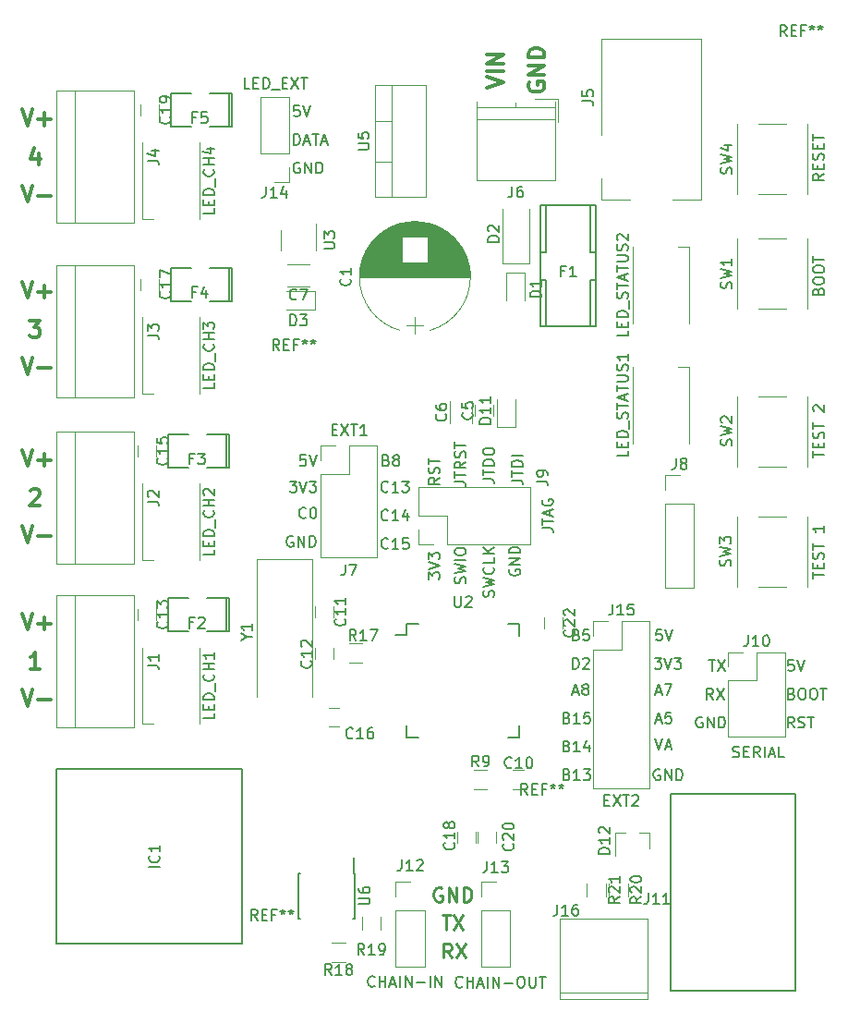
<source format=gbr>
G04 #@! TF.GenerationSoftware,KiCad,Pcbnew,5.0.0*
G04 #@! TF.CreationDate,2018-07-21T14:27:13+02:00*
G04 #@! TF.ProjectId,node_1,6E6F64655F312E6B696361645F706362,rev?*
G04 #@! TF.SameCoordinates,Original*
G04 #@! TF.FileFunction,Legend,Top*
G04 #@! TF.FilePolarity,Positive*
%FSLAX46Y46*%
G04 Gerber Fmt 4.6, Leading zero omitted, Abs format (unit mm)*
G04 Created by KiCad (PCBNEW 5.0.0) date Sat Jul 21 14:27:13 2018*
%MOMM*%
%LPD*%
G01*
G04 APERTURE LIST*
%ADD10C,0.200000*%
%ADD11C,0.300000*%
%ADD12C,0.250000*%
%ADD13C,0.150000*%
%ADD14C,0.120000*%
G04 APERTURE END LIST*
D10*
X78740476Y-78504761D02*
X78883333Y-78552380D01*
X79121428Y-78552380D01*
X79216666Y-78504761D01*
X79264285Y-78457142D01*
X79311904Y-78361904D01*
X79311904Y-78266666D01*
X79264285Y-78171428D01*
X79216666Y-78123809D01*
X79121428Y-78076190D01*
X78930952Y-78028571D01*
X78835714Y-77980952D01*
X78788095Y-77933333D01*
X78740476Y-77838095D01*
X78740476Y-77742857D01*
X78788095Y-77647619D01*
X78835714Y-77600000D01*
X78930952Y-77552380D01*
X79169047Y-77552380D01*
X79311904Y-77600000D01*
X79740476Y-78028571D02*
X80073809Y-78028571D01*
X80216666Y-78552380D02*
X79740476Y-78552380D01*
X79740476Y-77552380D01*
X80216666Y-77552380D01*
X81216666Y-78552380D02*
X80883333Y-78076190D01*
X80645238Y-78552380D02*
X80645238Y-77552380D01*
X81026190Y-77552380D01*
X81121428Y-77600000D01*
X81169047Y-77647619D01*
X81216666Y-77742857D01*
X81216666Y-77885714D01*
X81169047Y-77980952D01*
X81121428Y-78028571D01*
X81026190Y-78076190D01*
X80645238Y-78076190D01*
X81645238Y-78552380D02*
X81645238Y-77552380D01*
X82073809Y-78266666D02*
X82550000Y-78266666D01*
X81978571Y-78552380D02*
X82311904Y-77552380D01*
X82645238Y-78552380D01*
X83454761Y-78552380D02*
X82978571Y-78552380D01*
X82978571Y-77552380D01*
D11*
X60050000Y-16742857D02*
X59978571Y-16885714D01*
X59978571Y-17100000D01*
X60050000Y-17314285D01*
X60192857Y-17457142D01*
X60335714Y-17528571D01*
X60621428Y-17600000D01*
X60835714Y-17600000D01*
X61121428Y-17528571D01*
X61264285Y-17457142D01*
X61407142Y-17314285D01*
X61478571Y-17100000D01*
X61478571Y-16957142D01*
X61407142Y-16742857D01*
X61335714Y-16671428D01*
X60835714Y-16671428D01*
X60835714Y-16957142D01*
X61478571Y-16028571D02*
X59978571Y-16028571D01*
X61478571Y-15171428D01*
X59978571Y-15171428D01*
X61478571Y-14457142D02*
X59978571Y-14457142D01*
X59978571Y-14100000D01*
X60050000Y-13885714D01*
X60192857Y-13742857D01*
X60335714Y-13671428D01*
X60621428Y-13600000D01*
X60835714Y-13600000D01*
X61121428Y-13671428D01*
X61264285Y-13742857D01*
X61407142Y-13885714D01*
X61478571Y-14100000D01*
X61478571Y-14457142D01*
X56178571Y-17242857D02*
X57678571Y-16742857D01*
X56178571Y-16242857D01*
X57678571Y-15742857D02*
X56178571Y-15742857D01*
X57678571Y-15028571D02*
X56178571Y-15028571D01*
X57678571Y-14171428D01*
X56178571Y-14171428D01*
X13571428Y-65378571D02*
X14071428Y-66878571D01*
X14571428Y-65378571D01*
X15071428Y-66307142D02*
X16214285Y-66307142D01*
X15642857Y-66878571D02*
X15642857Y-65735714D01*
X15228571Y-70478571D02*
X14371428Y-70478571D01*
X14800000Y-70478571D02*
X14800000Y-68978571D01*
X14657142Y-69192857D01*
X14514285Y-69335714D01*
X14371428Y-69407142D01*
X13571428Y-72378571D02*
X14071428Y-73878571D01*
X14571428Y-72378571D01*
X15071428Y-73307142D02*
X16214285Y-73307142D01*
X13571428Y-50378571D02*
X14071428Y-51878571D01*
X14571428Y-50378571D01*
X15071428Y-51307142D02*
X16214285Y-51307142D01*
X15642857Y-51878571D02*
X15642857Y-50735714D01*
X14371428Y-54121428D02*
X14442857Y-54050000D01*
X14585714Y-53978571D01*
X14942857Y-53978571D01*
X15085714Y-54050000D01*
X15157142Y-54121428D01*
X15228571Y-54264285D01*
X15228571Y-54407142D01*
X15157142Y-54621428D01*
X14300000Y-55478571D01*
X15228571Y-55478571D01*
X13571428Y-57378571D02*
X14071428Y-58878571D01*
X14571428Y-57378571D01*
X15071428Y-58307142D02*
X16214285Y-58307142D01*
X13571428Y-41978571D02*
X14071428Y-43478571D01*
X14571428Y-41978571D01*
X15071428Y-42907142D02*
X16214285Y-42907142D01*
X13571428Y-34978571D02*
X14071428Y-36478571D01*
X14571428Y-34978571D01*
X15071428Y-35907142D02*
X16214285Y-35907142D01*
X15642857Y-36478571D02*
X15642857Y-35335714D01*
X14300000Y-38578571D02*
X15228571Y-38578571D01*
X14728571Y-39150000D01*
X14942857Y-39150000D01*
X15085714Y-39221428D01*
X15157142Y-39292857D01*
X15228571Y-39435714D01*
X15228571Y-39792857D01*
X15157142Y-39935714D01*
X15085714Y-40007142D01*
X14942857Y-40078571D01*
X14514285Y-40078571D01*
X14371428Y-40007142D01*
X14300000Y-39935714D01*
X13571428Y-26178571D02*
X14071428Y-27678571D01*
X14571428Y-26178571D01*
X15071428Y-27107142D02*
X16214285Y-27107142D01*
X15085714Y-23278571D02*
X15085714Y-24278571D01*
X14728571Y-22707142D02*
X14371428Y-23778571D01*
X15300000Y-23778571D01*
X13571428Y-19178571D02*
X14071428Y-20678571D01*
X14571428Y-19178571D01*
X15071428Y-20107142D02*
X16214285Y-20107142D01*
X15642857Y-20678571D02*
X15642857Y-19535714D01*
D10*
X39038095Y-24100000D02*
X38942857Y-24052380D01*
X38800000Y-24052380D01*
X38657142Y-24100000D01*
X38561904Y-24195238D01*
X38514285Y-24290476D01*
X38466666Y-24480952D01*
X38466666Y-24623809D01*
X38514285Y-24814285D01*
X38561904Y-24909523D01*
X38657142Y-25004761D01*
X38800000Y-25052380D01*
X38895238Y-25052380D01*
X39038095Y-25004761D01*
X39085714Y-24957142D01*
X39085714Y-24623809D01*
X38895238Y-24623809D01*
X39514285Y-25052380D02*
X39514285Y-24052380D01*
X40085714Y-25052380D01*
X40085714Y-24052380D01*
X40561904Y-25052380D02*
X40561904Y-24052380D01*
X40800000Y-24052380D01*
X40942857Y-24100000D01*
X41038095Y-24195238D01*
X41085714Y-24290476D01*
X41133333Y-24480952D01*
X41133333Y-24623809D01*
X41085714Y-24814285D01*
X41038095Y-24909523D01*
X40942857Y-25004761D01*
X40800000Y-25052380D01*
X40561904Y-25052380D01*
X38500000Y-22452380D02*
X38500000Y-21452380D01*
X38738095Y-21452380D01*
X38880952Y-21500000D01*
X38976190Y-21595238D01*
X39023809Y-21690476D01*
X39071428Y-21880952D01*
X39071428Y-22023809D01*
X39023809Y-22214285D01*
X38976190Y-22309523D01*
X38880952Y-22404761D01*
X38738095Y-22452380D01*
X38500000Y-22452380D01*
X39452380Y-22166666D02*
X39928571Y-22166666D01*
X39357142Y-22452380D02*
X39690476Y-21452380D01*
X40023809Y-22452380D01*
X40214285Y-21452380D02*
X40785714Y-21452380D01*
X40500000Y-22452380D02*
X40500000Y-21452380D01*
X41071428Y-22166666D02*
X41547619Y-22166666D01*
X40976190Y-22452380D02*
X41309523Y-21452380D01*
X41642857Y-22452380D01*
X39009523Y-18852380D02*
X38533333Y-18852380D01*
X38485714Y-19328571D01*
X38533333Y-19280952D01*
X38628571Y-19233333D01*
X38866666Y-19233333D01*
X38961904Y-19280952D01*
X39009523Y-19328571D01*
X39057142Y-19423809D01*
X39057142Y-19661904D01*
X39009523Y-19757142D01*
X38961904Y-19804761D01*
X38866666Y-19852380D01*
X38628571Y-19852380D01*
X38533333Y-19804761D01*
X38485714Y-19757142D01*
X39342857Y-18852380D02*
X39676190Y-19852380D01*
X40009523Y-18852380D01*
X38416183Y-58322918D02*
X38320945Y-58275298D01*
X38178088Y-58275298D01*
X38035230Y-58322918D01*
X37939992Y-58418156D01*
X37892373Y-58513394D01*
X37844754Y-58703870D01*
X37844754Y-58846727D01*
X37892373Y-59037203D01*
X37939992Y-59132441D01*
X38035230Y-59227679D01*
X38178088Y-59275298D01*
X38273326Y-59275298D01*
X38416183Y-59227679D01*
X38463802Y-59180060D01*
X38463802Y-58846727D01*
X38273326Y-58846727D01*
X38892373Y-59275298D02*
X38892373Y-58275298D01*
X39463802Y-59275298D01*
X39463802Y-58275298D01*
X39939992Y-59275298D02*
X39939992Y-58275298D01*
X40178088Y-58275298D01*
X40320945Y-58322918D01*
X40416183Y-58418156D01*
X40463802Y-58513394D01*
X40511421Y-58703870D01*
X40511421Y-58846727D01*
X40463802Y-59037203D01*
X40416183Y-59132441D01*
X40320945Y-59227679D01*
X40178088Y-59275298D01*
X39939992Y-59275298D01*
X39611421Y-56580060D02*
X39563802Y-56627679D01*
X39420945Y-56675298D01*
X39325707Y-56675298D01*
X39182849Y-56627679D01*
X39087611Y-56532441D01*
X39039992Y-56437203D01*
X38992373Y-56246727D01*
X38992373Y-56103870D01*
X39039992Y-55913394D01*
X39087611Y-55818156D01*
X39182849Y-55722918D01*
X39325707Y-55675298D01*
X39420945Y-55675298D01*
X39563802Y-55722918D01*
X39611421Y-55770537D01*
X40230468Y-55675298D02*
X40325707Y-55675298D01*
X40420945Y-55722918D01*
X40468564Y-55770537D01*
X40516183Y-55865775D01*
X40563802Y-56056251D01*
X40563802Y-56294346D01*
X40516183Y-56484822D01*
X40468564Y-56580060D01*
X40420945Y-56627679D01*
X40325707Y-56675298D01*
X40230468Y-56675298D01*
X40135230Y-56627679D01*
X40087611Y-56580060D01*
X40039992Y-56484822D01*
X39992373Y-56294346D01*
X39992373Y-56056251D01*
X40039992Y-55865775D01*
X40087611Y-55770537D01*
X40135230Y-55722918D01*
X40230468Y-55675298D01*
X38139992Y-53275298D02*
X38759040Y-53275298D01*
X38425707Y-53656251D01*
X38568564Y-53656251D01*
X38663802Y-53703870D01*
X38711421Y-53751489D01*
X38759040Y-53846727D01*
X38759040Y-54084822D01*
X38711421Y-54180060D01*
X38663802Y-54227679D01*
X38568564Y-54275298D01*
X38282849Y-54275298D01*
X38187611Y-54227679D01*
X38139992Y-54180060D01*
X39044754Y-53275298D02*
X39378088Y-54275298D01*
X39711421Y-53275298D01*
X39949516Y-53275298D02*
X40568564Y-53275298D01*
X40235230Y-53656251D01*
X40378088Y-53656251D01*
X40473326Y-53703870D01*
X40520945Y-53751489D01*
X40568564Y-53846727D01*
X40568564Y-54084822D01*
X40520945Y-54180060D01*
X40473326Y-54227679D01*
X40378088Y-54275298D01*
X40092373Y-54275298D01*
X39997135Y-54227679D01*
X39949516Y-54180060D01*
X39587611Y-50875298D02*
X39111421Y-50875298D01*
X39063802Y-51351489D01*
X39111421Y-51303870D01*
X39206659Y-51256251D01*
X39444754Y-51256251D01*
X39539992Y-51303870D01*
X39587611Y-51351489D01*
X39635230Y-51446727D01*
X39635230Y-51684822D01*
X39587611Y-51780060D01*
X39539992Y-51827679D01*
X39444754Y-51875298D01*
X39206659Y-51875298D01*
X39111421Y-51827679D01*
X39063802Y-51780060D01*
X39920945Y-50875298D02*
X40254278Y-51875298D01*
X40587611Y-50875298D01*
X46973326Y-51351489D02*
X47116183Y-51399108D01*
X47163802Y-51446727D01*
X47211421Y-51541965D01*
X47211421Y-51684822D01*
X47163802Y-51780060D01*
X47116183Y-51827679D01*
X47020945Y-51875298D01*
X46639992Y-51875298D01*
X46639992Y-50875298D01*
X46973326Y-50875298D01*
X47068564Y-50922918D01*
X47116183Y-50970537D01*
X47163802Y-51065775D01*
X47163802Y-51161013D01*
X47116183Y-51256251D01*
X47068564Y-51303870D01*
X46973326Y-51351489D01*
X46639992Y-51351489D01*
X47782849Y-51303870D02*
X47687611Y-51256251D01*
X47639992Y-51208632D01*
X47592373Y-51113394D01*
X47592373Y-51065775D01*
X47639992Y-50970537D01*
X47687611Y-50922918D01*
X47782849Y-50875298D01*
X47973326Y-50875298D01*
X48068564Y-50922918D01*
X48116183Y-50970537D01*
X48163802Y-51065775D01*
X48163802Y-51113394D01*
X48116183Y-51208632D01*
X48068564Y-51256251D01*
X47973326Y-51303870D01*
X47782849Y-51303870D01*
X47687611Y-51351489D01*
X47639992Y-51399108D01*
X47592373Y-51494346D01*
X47592373Y-51684822D01*
X47639992Y-51780060D01*
X47687611Y-51827679D01*
X47782849Y-51875298D01*
X47973326Y-51875298D01*
X48068564Y-51827679D01*
X48116183Y-51780060D01*
X48163802Y-51684822D01*
X48163802Y-51494346D01*
X48116183Y-51399108D01*
X48068564Y-51351489D01*
X47973326Y-51303870D01*
X47135230Y-54180060D02*
X47087611Y-54227679D01*
X46944754Y-54275298D01*
X46849516Y-54275298D01*
X46706659Y-54227679D01*
X46611421Y-54132441D01*
X46563802Y-54037203D01*
X46516183Y-53846727D01*
X46516183Y-53703870D01*
X46563802Y-53513394D01*
X46611421Y-53418156D01*
X46706659Y-53322918D01*
X46849516Y-53275298D01*
X46944754Y-53275298D01*
X47087611Y-53322918D01*
X47135230Y-53370537D01*
X48087611Y-54275298D02*
X47516183Y-54275298D01*
X47801897Y-54275298D02*
X47801897Y-53275298D01*
X47706659Y-53418156D01*
X47611421Y-53513394D01*
X47516183Y-53561013D01*
X48420945Y-53275298D02*
X49039992Y-53275298D01*
X48706659Y-53656251D01*
X48849516Y-53656251D01*
X48944754Y-53703870D01*
X48992373Y-53751489D01*
X49039992Y-53846727D01*
X49039992Y-54084822D01*
X48992373Y-54180060D01*
X48944754Y-54227679D01*
X48849516Y-54275298D01*
X48563802Y-54275298D01*
X48468564Y-54227679D01*
X48420945Y-54180060D01*
X47135230Y-56780060D02*
X47087611Y-56827679D01*
X46944754Y-56875298D01*
X46849516Y-56875298D01*
X46706659Y-56827679D01*
X46611421Y-56732441D01*
X46563802Y-56637203D01*
X46516183Y-56446727D01*
X46516183Y-56303870D01*
X46563802Y-56113394D01*
X46611421Y-56018156D01*
X46706659Y-55922918D01*
X46849516Y-55875298D01*
X46944754Y-55875298D01*
X47087611Y-55922918D01*
X47135230Y-55970537D01*
X48087611Y-56875298D02*
X47516183Y-56875298D01*
X47801897Y-56875298D02*
X47801897Y-55875298D01*
X47706659Y-56018156D01*
X47611421Y-56113394D01*
X47516183Y-56161013D01*
X48944754Y-56208632D02*
X48944754Y-56875298D01*
X48706659Y-55827679D02*
X48468564Y-56541965D01*
X49087611Y-56541965D01*
X47135230Y-59380060D02*
X47087611Y-59427679D01*
X46944754Y-59475298D01*
X46849516Y-59475298D01*
X46706659Y-59427679D01*
X46611421Y-59332441D01*
X46563802Y-59237203D01*
X46516183Y-59046727D01*
X46516183Y-58903870D01*
X46563802Y-58713394D01*
X46611421Y-58618156D01*
X46706659Y-58522918D01*
X46849516Y-58475298D01*
X46944754Y-58475298D01*
X47087611Y-58522918D01*
X47135230Y-58570537D01*
X48087611Y-59475298D02*
X47516183Y-59475298D01*
X47801897Y-59475298D02*
X47801897Y-58475298D01*
X47706659Y-58618156D01*
X47611421Y-58713394D01*
X47516183Y-58761013D01*
X48992373Y-58475298D02*
X48516183Y-58475298D01*
X48468564Y-58951489D01*
X48516183Y-58903870D01*
X48611421Y-58856251D01*
X48849516Y-58856251D01*
X48944754Y-58903870D01*
X48992373Y-58951489D01*
X49039992Y-59046727D01*
X49039992Y-59284822D01*
X48992373Y-59380060D01*
X48944754Y-59427679D01*
X48849516Y-59475298D01*
X48611421Y-59475298D01*
X48516183Y-59427679D01*
X48468564Y-59380060D01*
X87052380Y-25102380D02*
X86576190Y-25435714D01*
X87052380Y-25673809D02*
X86052380Y-25673809D01*
X86052380Y-25292857D01*
X86100000Y-25197619D01*
X86147619Y-25150000D01*
X86242857Y-25102380D01*
X86385714Y-25102380D01*
X86480952Y-25150000D01*
X86528571Y-25197619D01*
X86576190Y-25292857D01*
X86576190Y-25673809D01*
X86528571Y-24673809D02*
X86528571Y-24340476D01*
X87052380Y-24197619D02*
X87052380Y-24673809D01*
X86052380Y-24673809D01*
X86052380Y-24197619D01*
X87004761Y-23816666D02*
X87052380Y-23673809D01*
X87052380Y-23435714D01*
X87004761Y-23340476D01*
X86957142Y-23292857D01*
X86861904Y-23245238D01*
X86766666Y-23245238D01*
X86671428Y-23292857D01*
X86623809Y-23340476D01*
X86576190Y-23435714D01*
X86528571Y-23626190D01*
X86480952Y-23721428D01*
X86433333Y-23769047D01*
X86338095Y-23816666D01*
X86242857Y-23816666D01*
X86147619Y-23769047D01*
X86100000Y-23721428D01*
X86052380Y-23626190D01*
X86052380Y-23388095D01*
X86100000Y-23245238D01*
X86528571Y-22816666D02*
X86528571Y-22483333D01*
X87052380Y-22340476D02*
X87052380Y-22816666D01*
X86052380Y-22816666D01*
X86052380Y-22340476D01*
X86052380Y-22054761D02*
X86052380Y-21483333D01*
X87052380Y-21769047D02*
X86052380Y-21769047D01*
X86578571Y-35857142D02*
X86626190Y-35714285D01*
X86673809Y-35666666D01*
X86769047Y-35619047D01*
X86911904Y-35619047D01*
X87007142Y-35666666D01*
X87054761Y-35714285D01*
X87102380Y-35809523D01*
X87102380Y-36190476D01*
X86102380Y-36190476D01*
X86102380Y-35857142D01*
X86150000Y-35761904D01*
X86197619Y-35714285D01*
X86292857Y-35666666D01*
X86388095Y-35666666D01*
X86483333Y-35714285D01*
X86530952Y-35761904D01*
X86578571Y-35857142D01*
X86578571Y-36190476D01*
X86102380Y-35000000D02*
X86102380Y-34809523D01*
X86150000Y-34714285D01*
X86245238Y-34619047D01*
X86435714Y-34571428D01*
X86769047Y-34571428D01*
X86959523Y-34619047D01*
X87054761Y-34714285D01*
X87102380Y-34809523D01*
X87102380Y-35000000D01*
X87054761Y-35095238D01*
X86959523Y-35190476D01*
X86769047Y-35238095D01*
X86435714Y-35238095D01*
X86245238Y-35190476D01*
X86150000Y-35095238D01*
X86102380Y-35000000D01*
X86102380Y-33952380D02*
X86102380Y-33761904D01*
X86150000Y-33666666D01*
X86245238Y-33571428D01*
X86435714Y-33523809D01*
X86769047Y-33523809D01*
X86959523Y-33571428D01*
X87054761Y-33666666D01*
X87102380Y-33761904D01*
X87102380Y-33952380D01*
X87054761Y-34047619D01*
X86959523Y-34142857D01*
X86769047Y-34190476D01*
X86435714Y-34190476D01*
X86245238Y-34142857D01*
X86150000Y-34047619D01*
X86102380Y-33952380D01*
X86102380Y-33238095D02*
X86102380Y-32666666D01*
X87102380Y-32952380D02*
X86102380Y-32952380D01*
X86102380Y-51102380D02*
X86102380Y-50530952D01*
X87102380Y-50816666D02*
X86102380Y-50816666D01*
X86578571Y-50197619D02*
X86578571Y-49864285D01*
X87102380Y-49721428D02*
X87102380Y-50197619D01*
X86102380Y-50197619D01*
X86102380Y-49721428D01*
X87054761Y-49340476D02*
X87102380Y-49197619D01*
X87102380Y-48959523D01*
X87054761Y-48864285D01*
X87007142Y-48816666D01*
X86911904Y-48769047D01*
X86816666Y-48769047D01*
X86721428Y-48816666D01*
X86673809Y-48864285D01*
X86626190Y-48959523D01*
X86578571Y-49150000D01*
X86530952Y-49245238D01*
X86483333Y-49292857D01*
X86388095Y-49340476D01*
X86292857Y-49340476D01*
X86197619Y-49292857D01*
X86150000Y-49245238D01*
X86102380Y-49150000D01*
X86102380Y-48911904D01*
X86150000Y-48769047D01*
X86102380Y-48483333D02*
X86102380Y-47911904D01*
X87102380Y-48197619D02*
X86102380Y-48197619D01*
X86197619Y-46864285D02*
X86150000Y-46816666D01*
X86102380Y-46721428D01*
X86102380Y-46483333D01*
X86150000Y-46388095D01*
X86197619Y-46340476D01*
X86292857Y-46292857D01*
X86388095Y-46292857D01*
X86530952Y-46340476D01*
X87102380Y-46911904D01*
X87102380Y-46292857D01*
X86052380Y-62152380D02*
X86052380Y-61580952D01*
X87052380Y-61866666D02*
X86052380Y-61866666D01*
X86528571Y-61247619D02*
X86528571Y-60914285D01*
X87052380Y-60771428D02*
X87052380Y-61247619D01*
X86052380Y-61247619D01*
X86052380Y-60771428D01*
X87004761Y-60390476D02*
X87052380Y-60247619D01*
X87052380Y-60009523D01*
X87004761Y-59914285D01*
X86957142Y-59866666D01*
X86861904Y-59819047D01*
X86766666Y-59819047D01*
X86671428Y-59866666D01*
X86623809Y-59914285D01*
X86576190Y-60009523D01*
X86528571Y-60200000D01*
X86480952Y-60295238D01*
X86433333Y-60342857D01*
X86338095Y-60390476D01*
X86242857Y-60390476D01*
X86147619Y-60342857D01*
X86100000Y-60295238D01*
X86052380Y-60200000D01*
X86052380Y-59961904D01*
X86100000Y-59819047D01*
X86052380Y-59533333D02*
X86052380Y-58961904D01*
X87052380Y-59247619D02*
X86052380Y-59247619D01*
X87052380Y-57342857D02*
X87052380Y-57914285D01*
X87052380Y-57628571D02*
X86052380Y-57628571D01*
X86195238Y-57723809D01*
X86290476Y-57819047D01*
X86338095Y-57914285D01*
X34466666Y-17302380D02*
X33990476Y-17302380D01*
X33990476Y-16302380D01*
X34800000Y-16778571D02*
X35133333Y-16778571D01*
X35276190Y-17302380D02*
X34800000Y-17302380D01*
X34800000Y-16302380D01*
X35276190Y-16302380D01*
X35704761Y-17302380D02*
X35704761Y-16302380D01*
X35942857Y-16302380D01*
X36085714Y-16350000D01*
X36180952Y-16445238D01*
X36228571Y-16540476D01*
X36276190Y-16730952D01*
X36276190Y-16873809D01*
X36228571Y-17064285D01*
X36180952Y-17159523D01*
X36085714Y-17254761D01*
X35942857Y-17302380D01*
X35704761Y-17302380D01*
X36466666Y-17397619D02*
X37228571Y-17397619D01*
X37466666Y-16778571D02*
X37800000Y-16778571D01*
X37942857Y-17302380D02*
X37466666Y-17302380D01*
X37466666Y-16302380D01*
X37942857Y-16302380D01*
X38276190Y-16302380D02*
X38942857Y-17302380D01*
X38942857Y-16302380D02*
X38276190Y-17302380D01*
X39180952Y-16302380D02*
X39752380Y-16302380D01*
X39466666Y-17302380D02*
X39466666Y-16302380D01*
X53947619Y-99557142D02*
X53900000Y-99604761D01*
X53757142Y-99652380D01*
X53661904Y-99652380D01*
X53519047Y-99604761D01*
X53423809Y-99509523D01*
X53376190Y-99414285D01*
X53328571Y-99223809D01*
X53328571Y-99080952D01*
X53376190Y-98890476D01*
X53423809Y-98795238D01*
X53519047Y-98700000D01*
X53661904Y-98652380D01*
X53757142Y-98652380D01*
X53900000Y-98700000D01*
X53947619Y-98747619D01*
X54376190Y-99652380D02*
X54376190Y-98652380D01*
X54376190Y-99128571D02*
X54947619Y-99128571D01*
X54947619Y-99652380D02*
X54947619Y-98652380D01*
X55376190Y-99366666D02*
X55852380Y-99366666D01*
X55280952Y-99652380D02*
X55614285Y-98652380D01*
X55947619Y-99652380D01*
X56280952Y-99652380D02*
X56280952Y-98652380D01*
X56757142Y-99652380D02*
X56757142Y-98652380D01*
X57328571Y-99652380D01*
X57328571Y-98652380D01*
X57804761Y-99271428D02*
X58566666Y-99271428D01*
X59233333Y-98652380D02*
X59423809Y-98652380D01*
X59519047Y-98700000D01*
X59614285Y-98795238D01*
X59661904Y-98985714D01*
X59661904Y-99319047D01*
X59614285Y-99509523D01*
X59519047Y-99604761D01*
X59423809Y-99652380D01*
X59233333Y-99652380D01*
X59138095Y-99604761D01*
X59042857Y-99509523D01*
X58995238Y-99319047D01*
X58995238Y-98985714D01*
X59042857Y-98795238D01*
X59138095Y-98700000D01*
X59233333Y-98652380D01*
X60090476Y-98652380D02*
X60090476Y-99461904D01*
X60138095Y-99557142D01*
X60185714Y-99604761D01*
X60280952Y-99652380D01*
X60471428Y-99652380D01*
X60566666Y-99604761D01*
X60614285Y-99557142D01*
X60661904Y-99461904D01*
X60661904Y-98652380D01*
X60995238Y-98652380D02*
X61566666Y-98652380D01*
X61280952Y-99652380D02*
X61280952Y-98652380D01*
X45914285Y-99507142D02*
X45866666Y-99554761D01*
X45723809Y-99602380D01*
X45628571Y-99602380D01*
X45485714Y-99554761D01*
X45390476Y-99459523D01*
X45342857Y-99364285D01*
X45295238Y-99173809D01*
X45295238Y-99030952D01*
X45342857Y-98840476D01*
X45390476Y-98745238D01*
X45485714Y-98650000D01*
X45628571Y-98602380D01*
X45723809Y-98602380D01*
X45866666Y-98650000D01*
X45914285Y-98697619D01*
X46342857Y-99602380D02*
X46342857Y-98602380D01*
X46342857Y-99078571D02*
X46914285Y-99078571D01*
X46914285Y-99602380D02*
X46914285Y-98602380D01*
X47342857Y-99316666D02*
X47819047Y-99316666D01*
X47247619Y-99602380D02*
X47580952Y-98602380D01*
X47914285Y-99602380D01*
X48247619Y-99602380D02*
X48247619Y-98602380D01*
X48723809Y-99602380D02*
X48723809Y-98602380D01*
X49295238Y-99602380D01*
X49295238Y-98602380D01*
X49771428Y-99221428D02*
X50533333Y-99221428D01*
X51009523Y-99602380D02*
X51009523Y-98602380D01*
X51485714Y-99602380D02*
X51485714Y-98602380D01*
X52057142Y-99602380D01*
X52057142Y-98602380D01*
X66952380Y-82478571D02*
X67285714Y-82478571D01*
X67428571Y-83002380D02*
X66952380Y-83002380D01*
X66952380Y-82002380D01*
X67428571Y-82002380D01*
X67761904Y-82002380D02*
X68428571Y-83002380D01*
X68428571Y-82002380D02*
X67761904Y-83002380D01*
X68666666Y-82002380D02*
X69238095Y-82002380D01*
X68952380Y-83002380D02*
X68952380Y-82002380D01*
X69523809Y-82097619D02*
X69571428Y-82050000D01*
X69666666Y-82002380D01*
X69904761Y-82002380D01*
X70000000Y-82050000D01*
X70047619Y-82097619D01*
X70095238Y-82192857D01*
X70095238Y-82288095D01*
X70047619Y-82430952D01*
X69476190Y-83002380D01*
X70095238Y-83002380D01*
X42030468Y-48551489D02*
X42363802Y-48551489D01*
X42506659Y-49075298D02*
X42030468Y-49075298D01*
X42030468Y-48075298D01*
X42506659Y-48075298D01*
X42839992Y-48075298D02*
X43506659Y-49075298D01*
X43506659Y-48075298D02*
X42839992Y-49075298D01*
X43744754Y-48075298D02*
X44316183Y-48075298D01*
X44030468Y-49075298D02*
X44030468Y-48075298D01*
X45173326Y-49075298D02*
X44601897Y-49075298D01*
X44887611Y-49075298D02*
X44887611Y-48075298D01*
X44792373Y-48218156D01*
X44697135Y-48313394D01*
X44601897Y-48361013D01*
X61252380Y-57566666D02*
X61966666Y-57566666D01*
X62109523Y-57614285D01*
X62204761Y-57709523D01*
X62252380Y-57852380D01*
X62252380Y-57947619D01*
X61252380Y-57233333D02*
X61252380Y-56661904D01*
X62252380Y-56947619D02*
X61252380Y-56947619D01*
X61966666Y-56376190D02*
X61966666Y-55900000D01*
X62252380Y-56471428D02*
X61252380Y-56138095D01*
X62252380Y-55804761D01*
X61300000Y-54947619D02*
X61252380Y-55042857D01*
X61252380Y-55185714D01*
X61300000Y-55328571D01*
X61395238Y-55423809D01*
X61490476Y-55471428D01*
X61680952Y-55519047D01*
X61823809Y-55519047D01*
X62014285Y-55471428D01*
X62109523Y-55423809D01*
X62204761Y-55328571D01*
X62252380Y-55185714D01*
X62252380Y-55090476D01*
X62204761Y-54947619D01*
X62157142Y-54900000D01*
X61823809Y-54900000D01*
X61823809Y-55090476D01*
X58452380Y-53176190D02*
X59166666Y-53176190D01*
X59309523Y-53223809D01*
X59404761Y-53319047D01*
X59452380Y-53461904D01*
X59452380Y-53557142D01*
X58452380Y-52842857D02*
X58452380Y-52271428D01*
X59452380Y-52557142D02*
X58452380Y-52557142D01*
X59452380Y-51938095D02*
X58452380Y-51938095D01*
X58452380Y-51700000D01*
X58500000Y-51557142D01*
X58595238Y-51461904D01*
X58690476Y-51414285D01*
X58880952Y-51366666D01*
X59023809Y-51366666D01*
X59214285Y-51414285D01*
X59309523Y-51461904D01*
X59404761Y-51557142D01*
X59452380Y-51700000D01*
X59452380Y-51938095D01*
X59452380Y-50938095D02*
X58452380Y-50938095D01*
X55852380Y-53061904D02*
X56566666Y-53061904D01*
X56709523Y-53109523D01*
X56804761Y-53204761D01*
X56852380Y-53347619D01*
X56852380Y-53442857D01*
X55852380Y-52728571D02*
X55852380Y-52157142D01*
X56852380Y-52442857D02*
X55852380Y-52442857D01*
X56852380Y-51823809D02*
X55852380Y-51823809D01*
X55852380Y-51585714D01*
X55900000Y-51442857D01*
X55995238Y-51347619D01*
X56090476Y-51300000D01*
X56280952Y-51252380D01*
X56423809Y-51252380D01*
X56614285Y-51300000D01*
X56709523Y-51347619D01*
X56804761Y-51442857D01*
X56852380Y-51585714D01*
X56852380Y-51823809D01*
X55852380Y-50633333D02*
X55852380Y-50442857D01*
X55900000Y-50347619D01*
X55995238Y-50252380D01*
X56185714Y-50204761D01*
X56519047Y-50204761D01*
X56709523Y-50252380D01*
X56804761Y-50347619D01*
X56852380Y-50442857D01*
X56852380Y-50633333D01*
X56804761Y-50728571D01*
X56709523Y-50823809D01*
X56519047Y-50871428D01*
X56185714Y-50871428D01*
X55995238Y-50823809D01*
X55900000Y-50728571D01*
X55852380Y-50633333D01*
X53252380Y-53295238D02*
X53966666Y-53295238D01*
X54109523Y-53342857D01*
X54204761Y-53438095D01*
X54252380Y-53580952D01*
X54252380Y-53676190D01*
X53252380Y-52961904D02*
X53252380Y-52390476D01*
X54252380Y-52676190D02*
X53252380Y-52676190D01*
X54252380Y-51485714D02*
X53776190Y-51819047D01*
X54252380Y-52057142D02*
X53252380Y-52057142D01*
X53252380Y-51676190D01*
X53300000Y-51580952D01*
X53347619Y-51533333D01*
X53442857Y-51485714D01*
X53585714Y-51485714D01*
X53680952Y-51533333D01*
X53728571Y-51580952D01*
X53776190Y-51676190D01*
X53776190Y-52057142D01*
X54204761Y-51104761D02*
X54252380Y-50961904D01*
X54252380Y-50723809D01*
X54204761Y-50628571D01*
X54157142Y-50580952D01*
X54061904Y-50533333D01*
X53966666Y-50533333D01*
X53871428Y-50580952D01*
X53823809Y-50628571D01*
X53776190Y-50723809D01*
X53728571Y-50914285D01*
X53680952Y-51009523D01*
X53633333Y-51057142D01*
X53538095Y-51104761D01*
X53442857Y-51104761D01*
X53347619Y-51057142D01*
X53300000Y-51009523D01*
X53252380Y-50914285D01*
X53252380Y-50676190D01*
X53300000Y-50533333D01*
X53252380Y-50247619D02*
X53252380Y-49676190D01*
X54252380Y-49961904D02*
X53252380Y-49961904D01*
X51852380Y-52947619D02*
X51376190Y-53280952D01*
X51852380Y-53519047D02*
X50852380Y-53519047D01*
X50852380Y-53138095D01*
X50900000Y-53042857D01*
X50947619Y-52995238D01*
X51042857Y-52947619D01*
X51185714Y-52947619D01*
X51280952Y-52995238D01*
X51328571Y-53042857D01*
X51376190Y-53138095D01*
X51376190Y-53519047D01*
X51804761Y-52566666D02*
X51852380Y-52423809D01*
X51852380Y-52185714D01*
X51804761Y-52090476D01*
X51757142Y-52042857D01*
X51661904Y-51995238D01*
X51566666Y-51995238D01*
X51471428Y-52042857D01*
X51423809Y-52090476D01*
X51376190Y-52185714D01*
X51328571Y-52376190D01*
X51280952Y-52471428D01*
X51233333Y-52519047D01*
X51138095Y-52566666D01*
X51042857Y-52566666D01*
X50947619Y-52519047D01*
X50900000Y-52471428D01*
X50852380Y-52376190D01*
X50852380Y-52138095D01*
X50900000Y-51995238D01*
X50852380Y-51709523D02*
X50852380Y-51138095D01*
X51852380Y-51423809D02*
X50852380Y-51423809D01*
X50852380Y-62238095D02*
X50852380Y-61619047D01*
X51233333Y-61952380D01*
X51233333Y-61809523D01*
X51280952Y-61714285D01*
X51328571Y-61666666D01*
X51423809Y-61619047D01*
X51661904Y-61619047D01*
X51757142Y-61666666D01*
X51804761Y-61714285D01*
X51852380Y-61809523D01*
X51852380Y-62095238D01*
X51804761Y-62190476D01*
X51757142Y-62238095D01*
X50852380Y-61333333D02*
X51852380Y-61000000D01*
X50852380Y-60666666D01*
X50852380Y-60428571D02*
X50852380Y-59809523D01*
X51233333Y-60142857D01*
X51233333Y-60000000D01*
X51280952Y-59904761D01*
X51328571Y-59857142D01*
X51423809Y-59809523D01*
X51661904Y-59809523D01*
X51757142Y-59857142D01*
X51804761Y-59904761D01*
X51852380Y-60000000D01*
X51852380Y-60285714D01*
X51804761Y-60380952D01*
X51757142Y-60428571D01*
X54204761Y-62619047D02*
X54252380Y-62476190D01*
X54252380Y-62238095D01*
X54204761Y-62142857D01*
X54157142Y-62095238D01*
X54061904Y-62047619D01*
X53966666Y-62047619D01*
X53871428Y-62095238D01*
X53823809Y-62142857D01*
X53776190Y-62238095D01*
X53728571Y-62428571D01*
X53680952Y-62523809D01*
X53633333Y-62571428D01*
X53538095Y-62619047D01*
X53442857Y-62619047D01*
X53347619Y-62571428D01*
X53300000Y-62523809D01*
X53252380Y-62428571D01*
X53252380Y-62190476D01*
X53300000Y-62047619D01*
X53252380Y-61714285D02*
X54252380Y-61476190D01*
X53538095Y-61285714D01*
X54252380Y-61095238D01*
X53252380Y-60857142D01*
X54252380Y-60476190D02*
X53252380Y-60476190D01*
X53252380Y-59809523D02*
X53252380Y-59619047D01*
X53300000Y-59523809D01*
X53395238Y-59428571D01*
X53585714Y-59380952D01*
X53919047Y-59380952D01*
X54109523Y-59428571D01*
X54204761Y-59523809D01*
X54252380Y-59619047D01*
X54252380Y-59809523D01*
X54204761Y-59904761D01*
X54109523Y-60000000D01*
X53919047Y-60047619D01*
X53585714Y-60047619D01*
X53395238Y-60000000D01*
X53300000Y-59904761D01*
X53252380Y-59809523D01*
X56804761Y-63861904D02*
X56852380Y-63719047D01*
X56852380Y-63480952D01*
X56804761Y-63385714D01*
X56757142Y-63338095D01*
X56661904Y-63290476D01*
X56566666Y-63290476D01*
X56471428Y-63338095D01*
X56423809Y-63385714D01*
X56376190Y-63480952D01*
X56328571Y-63671428D01*
X56280952Y-63766666D01*
X56233333Y-63814285D01*
X56138095Y-63861904D01*
X56042857Y-63861904D01*
X55947619Y-63814285D01*
X55900000Y-63766666D01*
X55852380Y-63671428D01*
X55852380Y-63433333D01*
X55900000Y-63290476D01*
X55852380Y-62957142D02*
X56852380Y-62719047D01*
X56138095Y-62528571D01*
X56852380Y-62338095D01*
X55852380Y-62100000D01*
X56757142Y-61147619D02*
X56804761Y-61195238D01*
X56852380Y-61338095D01*
X56852380Y-61433333D01*
X56804761Y-61576190D01*
X56709523Y-61671428D01*
X56614285Y-61719047D01*
X56423809Y-61766666D01*
X56280952Y-61766666D01*
X56090476Y-61719047D01*
X55995238Y-61671428D01*
X55900000Y-61576190D01*
X55852380Y-61433333D01*
X55852380Y-61338095D01*
X55900000Y-61195238D01*
X55947619Y-61147619D01*
X56852380Y-60242857D02*
X56852380Y-60719047D01*
X55852380Y-60719047D01*
X56852380Y-59909523D02*
X55852380Y-59909523D01*
X56852380Y-59338095D02*
X56280952Y-59766666D01*
X55852380Y-59338095D02*
X56423809Y-59909523D01*
X58300000Y-61361904D02*
X58252380Y-61457142D01*
X58252380Y-61600000D01*
X58300000Y-61742857D01*
X58395238Y-61838095D01*
X58490476Y-61885714D01*
X58680952Y-61933333D01*
X58823809Y-61933333D01*
X59014285Y-61885714D01*
X59109523Y-61838095D01*
X59204761Y-61742857D01*
X59252380Y-61600000D01*
X59252380Y-61504761D01*
X59204761Y-61361904D01*
X59157142Y-61314285D01*
X58823809Y-61314285D01*
X58823809Y-61504761D01*
X59252380Y-60885714D02*
X58252380Y-60885714D01*
X59252380Y-60314285D01*
X58252380Y-60314285D01*
X59252380Y-59838095D02*
X58252380Y-59838095D01*
X58252380Y-59600000D01*
X58300000Y-59457142D01*
X58395238Y-59361904D01*
X58490476Y-59314285D01*
X58680952Y-59266666D01*
X58823809Y-59266666D01*
X59014285Y-59314285D01*
X59109523Y-59361904D01*
X59204761Y-59457142D01*
X59252380Y-59600000D01*
X59252380Y-59838095D01*
X64395238Y-67328571D02*
X64538095Y-67376190D01*
X64585714Y-67423809D01*
X64633333Y-67519047D01*
X64633333Y-67661904D01*
X64585714Y-67757142D01*
X64538095Y-67804761D01*
X64442857Y-67852380D01*
X64061904Y-67852380D01*
X64061904Y-66852380D01*
X64395238Y-66852380D01*
X64490476Y-66900000D01*
X64538095Y-66947619D01*
X64585714Y-67042857D01*
X64585714Y-67138095D01*
X64538095Y-67233333D01*
X64490476Y-67280952D01*
X64395238Y-67328571D01*
X64061904Y-67328571D01*
X65538095Y-66852380D02*
X65061904Y-66852380D01*
X65014285Y-67328571D01*
X65061904Y-67280952D01*
X65157142Y-67233333D01*
X65395238Y-67233333D01*
X65490476Y-67280952D01*
X65538095Y-67328571D01*
X65585714Y-67423809D01*
X65585714Y-67661904D01*
X65538095Y-67757142D01*
X65490476Y-67804761D01*
X65395238Y-67852380D01*
X65157142Y-67852380D01*
X65061904Y-67804761D01*
X65014285Y-67757142D01*
X64061904Y-70452380D02*
X64061904Y-69452380D01*
X64300000Y-69452380D01*
X64442857Y-69500000D01*
X64538095Y-69595238D01*
X64585714Y-69690476D01*
X64633333Y-69880952D01*
X64633333Y-70023809D01*
X64585714Y-70214285D01*
X64538095Y-70309523D01*
X64442857Y-70404761D01*
X64300000Y-70452380D01*
X64061904Y-70452380D01*
X65014285Y-69547619D02*
X65061904Y-69500000D01*
X65157142Y-69452380D01*
X65395238Y-69452380D01*
X65490476Y-69500000D01*
X65538095Y-69547619D01*
X65585714Y-69642857D01*
X65585714Y-69738095D01*
X65538095Y-69880952D01*
X64966666Y-70452380D01*
X65585714Y-70452380D01*
X64085714Y-72566666D02*
X64561904Y-72566666D01*
X63990476Y-72852380D02*
X64323809Y-71852380D01*
X64657142Y-72852380D01*
X65133333Y-72280952D02*
X65038095Y-72233333D01*
X64990476Y-72185714D01*
X64942857Y-72090476D01*
X64942857Y-72042857D01*
X64990476Y-71947619D01*
X65038095Y-71900000D01*
X65133333Y-71852380D01*
X65323809Y-71852380D01*
X65419047Y-71900000D01*
X65466666Y-71947619D01*
X65514285Y-72042857D01*
X65514285Y-72090476D01*
X65466666Y-72185714D01*
X65419047Y-72233333D01*
X65323809Y-72280952D01*
X65133333Y-72280952D01*
X65038095Y-72328571D01*
X64990476Y-72376190D01*
X64942857Y-72471428D01*
X64942857Y-72661904D01*
X64990476Y-72757142D01*
X65038095Y-72804761D01*
X65133333Y-72852380D01*
X65323809Y-72852380D01*
X65419047Y-72804761D01*
X65466666Y-72757142D01*
X65514285Y-72661904D01*
X65514285Y-72471428D01*
X65466666Y-72376190D01*
X65419047Y-72328571D01*
X65323809Y-72280952D01*
X63519047Y-74928571D02*
X63661904Y-74976190D01*
X63709523Y-75023809D01*
X63757142Y-75119047D01*
X63757142Y-75261904D01*
X63709523Y-75357142D01*
X63661904Y-75404761D01*
X63566666Y-75452380D01*
X63185714Y-75452380D01*
X63185714Y-74452380D01*
X63519047Y-74452380D01*
X63614285Y-74500000D01*
X63661904Y-74547619D01*
X63709523Y-74642857D01*
X63709523Y-74738095D01*
X63661904Y-74833333D01*
X63614285Y-74880952D01*
X63519047Y-74928571D01*
X63185714Y-74928571D01*
X64709523Y-75452380D02*
X64138095Y-75452380D01*
X64423809Y-75452380D02*
X64423809Y-74452380D01*
X64328571Y-74595238D01*
X64233333Y-74690476D01*
X64138095Y-74738095D01*
X65614285Y-74452380D02*
X65138095Y-74452380D01*
X65090476Y-74928571D01*
X65138095Y-74880952D01*
X65233333Y-74833333D01*
X65471428Y-74833333D01*
X65566666Y-74880952D01*
X65614285Y-74928571D01*
X65661904Y-75023809D01*
X65661904Y-75261904D01*
X65614285Y-75357142D01*
X65566666Y-75404761D01*
X65471428Y-75452380D01*
X65233333Y-75452380D01*
X65138095Y-75404761D01*
X65090476Y-75357142D01*
X63519047Y-77528571D02*
X63661904Y-77576190D01*
X63709523Y-77623809D01*
X63757142Y-77719047D01*
X63757142Y-77861904D01*
X63709523Y-77957142D01*
X63661904Y-78004761D01*
X63566666Y-78052380D01*
X63185714Y-78052380D01*
X63185714Y-77052380D01*
X63519047Y-77052380D01*
X63614285Y-77100000D01*
X63661904Y-77147619D01*
X63709523Y-77242857D01*
X63709523Y-77338095D01*
X63661904Y-77433333D01*
X63614285Y-77480952D01*
X63519047Y-77528571D01*
X63185714Y-77528571D01*
X64709523Y-78052380D02*
X64138095Y-78052380D01*
X64423809Y-78052380D02*
X64423809Y-77052380D01*
X64328571Y-77195238D01*
X64233333Y-77290476D01*
X64138095Y-77338095D01*
X65566666Y-77385714D02*
X65566666Y-78052380D01*
X65328571Y-77004761D02*
X65090476Y-77719047D01*
X65709523Y-77719047D01*
X63519047Y-80128571D02*
X63661904Y-80176190D01*
X63709523Y-80223809D01*
X63757142Y-80319047D01*
X63757142Y-80461904D01*
X63709523Y-80557142D01*
X63661904Y-80604761D01*
X63566666Y-80652380D01*
X63185714Y-80652380D01*
X63185714Y-79652380D01*
X63519047Y-79652380D01*
X63614285Y-79700000D01*
X63661904Y-79747619D01*
X63709523Y-79842857D01*
X63709523Y-79938095D01*
X63661904Y-80033333D01*
X63614285Y-80080952D01*
X63519047Y-80128571D01*
X63185714Y-80128571D01*
X64709523Y-80652380D02*
X64138095Y-80652380D01*
X64423809Y-80652380D02*
X64423809Y-79652380D01*
X64328571Y-79795238D01*
X64233333Y-79890476D01*
X64138095Y-79938095D01*
X65042857Y-79652380D02*
X65661904Y-79652380D01*
X65328571Y-80033333D01*
X65471428Y-80033333D01*
X65566666Y-80080952D01*
X65614285Y-80128571D01*
X65661904Y-80223809D01*
X65661904Y-80461904D01*
X65614285Y-80557142D01*
X65566666Y-80604761D01*
X65471428Y-80652380D01*
X65185714Y-80652380D01*
X65090476Y-80604761D01*
X65042857Y-80557142D01*
X72038095Y-79700000D02*
X71942857Y-79652380D01*
X71800000Y-79652380D01*
X71657142Y-79700000D01*
X71561904Y-79795238D01*
X71514285Y-79890476D01*
X71466666Y-80080952D01*
X71466666Y-80223809D01*
X71514285Y-80414285D01*
X71561904Y-80509523D01*
X71657142Y-80604761D01*
X71800000Y-80652380D01*
X71895238Y-80652380D01*
X72038095Y-80604761D01*
X72085714Y-80557142D01*
X72085714Y-80223809D01*
X71895238Y-80223809D01*
X72514285Y-80652380D02*
X72514285Y-79652380D01*
X73085714Y-80652380D01*
X73085714Y-79652380D01*
X73561904Y-80652380D02*
X73561904Y-79652380D01*
X73800000Y-79652380D01*
X73942857Y-79700000D01*
X74038095Y-79795238D01*
X74085714Y-79890476D01*
X74133333Y-80080952D01*
X74133333Y-80223809D01*
X74085714Y-80414285D01*
X74038095Y-80509523D01*
X73942857Y-80604761D01*
X73800000Y-80652380D01*
X73561904Y-80652380D01*
X71638095Y-76852380D02*
X71971428Y-77852380D01*
X72304761Y-76852380D01*
X72590476Y-77566666D02*
X73066666Y-77566666D01*
X72495238Y-77852380D02*
X72828571Y-76852380D01*
X73161904Y-77852380D01*
X71685714Y-75166666D02*
X72161904Y-75166666D01*
X71590476Y-75452380D02*
X71923809Y-74452380D01*
X72257142Y-75452380D01*
X73066666Y-74452380D02*
X72590476Y-74452380D01*
X72542857Y-74928571D01*
X72590476Y-74880952D01*
X72685714Y-74833333D01*
X72923809Y-74833333D01*
X73019047Y-74880952D01*
X73066666Y-74928571D01*
X73114285Y-75023809D01*
X73114285Y-75261904D01*
X73066666Y-75357142D01*
X73019047Y-75404761D01*
X72923809Y-75452380D01*
X72685714Y-75452380D01*
X72590476Y-75404761D01*
X72542857Y-75357142D01*
X71685714Y-72566666D02*
X72161904Y-72566666D01*
X71590476Y-72852380D02*
X71923809Y-71852380D01*
X72257142Y-72852380D01*
X72495238Y-71852380D02*
X73161904Y-71852380D01*
X72733333Y-72852380D01*
X71561904Y-69452380D02*
X72180952Y-69452380D01*
X71847619Y-69833333D01*
X71990476Y-69833333D01*
X72085714Y-69880952D01*
X72133333Y-69928571D01*
X72180952Y-70023809D01*
X72180952Y-70261904D01*
X72133333Y-70357142D01*
X72085714Y-70404761D01*
X71990476Y-70452380D01*
X71704761Y-70452380D01*
X71609523Y-70404761D01*
X71561904Y-70357142D01*
X72466666Y-69452380D02*
X72800000Y-70452380D01*
X73133333Y-69452380D01*
X73371428Y-69452380D02*
X73990476Y-69452380D01*
X73657142Y-69833333D01*
X73800000Y-69833333D01*
X73895238Y-69880952D01*
X73942857Y-69928571D01*
X73990476Y-70023809D01*
X73990476Y-70261904D01*
X73942857Y-70357142D01*
X73895238Y-70404761D01*
X73800000Y-70452380D01*
X73514285Y-70452380D01*
X73419047Y-70404761D01*
X73371428Y-70357142D01*
X72209523Y-66852380D02*
X71733333Y-66852380D01*
X71685714Y-67328571D01*
X71733333Y-67280952D01*
X71828571Y-67233333D01*
X72066666Y-67233333D01*
X72161904Y-67280952D01*
X72209523Y-67328571D01*
X72257142Y-67423809D01*
X72257142Y-67661904D01*
X72209523Y-67757142D01*
X72161904Y-67804761D01*
X72066666Y-67852380D01*
X71828571Y-67852380D01*
X71733333Y-67804761D01*
X71685714Y-67757142D01*
X72542857Y-66852380D02*
X72876190Y-67852380D01*
X73209523Y-66852380D01*
X84352380Y-75852380D02*
X84019047Y-75376190D01*
X83780952Y-75852380D02*
X83780952Y-74852380D01*
X84161904Y-74852380D01*
X84257142Y-74900000D01*
X84304761Y-74947619D01*
X84352380Y-75042857D01*
X84352380Y-75185714D01*
X84304761Y-75280952D01*
X84257142Y-75328571D01*
X84161904Y-75376190D01*
X83780952Y-75376190D01*
X84733333Y-75804761D02*
X84876190Y-75852380D01*
X85114285Y-75852380D01*
X85209523Y-75804761D01*
X85257142Y-75757142D01*
X85304761Y-75661904D01*
X85304761Y-75566666D01*
X85257142Y-75471428D01*
X85209523Y-75423809D01*
X85114285Y-75376190D01*
X84923809Y-75328571D01*
X84828571Y-75280952D01*
X84780952Y-75233333D01*
X84733333Y-75138095D01*
X84733333Y-75042857D01*
X84780952Y-74947619D01*
X84828571Y-74900000D01*
X84923809Y-74852380D01*
X85161904Y-74852380D01*
X85304761Y-74900000D01*
X85590476Y-74852380D02*
X86161904Y-74852380D01*
X85876190Y-75852380D02*
X85876190Y-74852380D01*
X84142857Y-72728571D02*
X84285714Y-72776190D01*
X84333333Y-72823809D01*
X84380952Y-72919047D01*
X84380952Y-73061904D01*
X84333333Y-73157142D01*
X84285714Y-73204761D01*
X84190476Y-73252380D01*
X83809523Y-73252380D01*
X83809523Y-72252380D01*
X84142857Y-72252380D01*
X84238095Y-72300000D01*
X84285714Y-72347619D01*
X84333333Y-72442857D01*
X84333333Y-72538095D01*
X84285714Y-72633333D01*
X84238095Y-72680952D01*
X84142857Y-72728571D01*
X83809523Y-72728571D01*
X85000000Y-72252380D02*
X85190476Y-72252380D01*
X85285714Y-72300000D01*
X85380952Y-72395238D01*
X85428571Y-72585714D01*
X85428571Y-72919047D01*
X85380952Y-73109523D01*
X85285714Y-73204761D01*
X85190476Y-73252380D01*
X85000000Y-73252380D01*
X84904761Y-73204761D01*
X84809523Y-73109523D01*
X84761904Y-72919047D01*
X84761904Y-72585714D01*
X84809523Y-72395238D01*
X84904761Y-72300000D01*
X85000000Y-72252380D01*
X86047619Y-72252380D02*
X86238095Y-72252380D01*
X86333333Y-72300000D01*
X86428571Y-72395238D01*
X86476190Y-72585714D01*
X86476190Y-72919047D01*
X86428571Y-73109523D01*
X86333333Y-73204761D01*
X86238095Y-73252380D01*
X86047619Y-73252380D01*
X85952380Y-73204761D01*
X85857142Y-73109523D01*
X85809523Y-72919047D01*
X85809523Y-72585714D01*
X85857142Y-72395238D01*
X85952380Y-72300000D01*
X86047619Y-72252380D01*
X86761904Y-72252380D02*
X87333333Y-72252380D01*
X87047619Y-73252380D02*
X87047619Y-72252380D01*
X84309523Y-69652380D02*
X83833333Y-69652380D01*
X83785714Y-70128571D01*
X83833333Y-70080952D01*
X83928571Y-70033333D01*
X84166666Y-70033333D01*
X84261904Y-70080952D01*
X84309523Y-70128571D01*
X84357142Y-70223809D01*
X84357142Y-70461904D01*
X84309523Y-70557142D01*
X84261904Y-70604761D01*
X84166666Y-70652380D01*
X83928571Y-70652380D01*
X83833333Y-70604761D01*
X83785714Y-70557142D01*
X84642857Y-69652380D02*
X84976190Y-70652380D01*
X85309523Y-69652380D01*
X76538095Y-69652380D02*
X77109523Y-69652380D01*
X76823809Y-70652380D02*
X76823809Y-69652380D01*
X77347619Y-69652380D02*
X78014285Y-70652380D01*
X78014285Y-69652380D02*
X77347619Y-70652380D01*
X76933333Y-73252380D02*
X76600000Y-72776190D01*
X76361904Y-73252380D02*
X76361904Y-72252380D01*
X76742857Y-72252380D01*
X76838095Y-72300000D01*
X76885714Y-72347619D01*
X76933333Y-72442857D01*
X76933333Y-72585714D01*
X76885714Y-72680952D01*
X76838095Y-72728571D01*
X76742857Y-72776190D01*
X76361904Y-72776190D01*
X77266666Y-72252380D02*
X77933333Y-73252380D01*
X77933333Y-72252380D02*
X77266666Y-73252380D01*
X75938095Y-74900000D02*
X75842857Y-74852380D01*
X75700000Y-74852380D01*
X75557142Y-74900000D01*
X75461904Y-74995238D01*
X75414285Y-75090476D01*
X75366666Y-75280952D01*
X75366666Y-75423809D01*
X75414285Y-75614285D01*
X75461904Y-75709523D01*
X75557142Y-75804761D01*
X75700000Y-75852380D01*
X75795238Y-75852380D01*
X75938095Y-75804761D01*
X75985714Y-75757142D01*
X75985714Y-75423809D01*
X75795238Y-75423809D01*
X76414285Y-75852380D02*
X76414285Y-74852380D01*
X76985714Y-75852380D01*
X76985714Y-74852380D01*
X77461904Y-75852380D02*
X77461904Y-74852380D01*
X77700000Y-74852380D01*
X77842857Y-74900000D01*
X77938095Y-74995238D01*
X77985714Y-75090476D01*
X78033333Y-75280952D01*
X78033333Y-75423809D01*
X77985714Y-75614285D01*
X77938095Y-75709523D01*
X77842857Y-75804761D01*
X77700000Y-75852380D01*
X77461904Y-75852380D01*
D12*
X52059523Y-90550000D02*
X51935714Y-90488095D01*
X51750000Y-90488095D01*
X51564285Y-90550000D01*
X51440476Y-90673809D01*
X51378571Y-90797619D01*
X51316666Y-91045238D01*
X51316666Y-91230952D01*
X51378571Y-91478571D01*
X51440476Y-91602380D01*
X51564285Y-91726190D01*
X51750000Y-91788095D01*
X51873809Y-91788095D01*
X52059523Y-91726190D01*
X52121428Y-91664285D01*
X52121428Y-91230952D01*
X51873809Y-91230952D01*
X52678571Y-91788095D02*
X52678571Y-90488095D01*
X53421428Y-91788095D01*
X53421428Y-90488095D01*
X54040476Y-91788095D02*
X54040476Y-90488095D01*
X54350000Y-90488095D01*
X54535714Y-90550000D01*
X54659523Y-90673809D01*
X54721428Y-90797619D01*
X54783333Y-91045238D01*
X54783333Y-91230952D01*
X54721428Y-91478571D01*
X54659523Y-91602380D01*
X54535714Y-91726190D01*
X54350000Y-91788095D01*
X54040476Y-91788095D01*
X52109523Y-93038095D02*
X52852380Y-93038095D01*
X52480952Y-94338095D02*
X52480952Y-93038095D01*
X53161904Y-93038095D02*
X54028571Y-94338095D01*
X54028571Y-93038095D02*
X53161904Y-94338095D01*
X52983333Y-96938095D02*
X52550000Y-96319047D01*
X52240476Y-96938095D02*
X52240476Y-95638095D01*
X52735714Y-95638095D01*
X52859523Y-95700000D01*
X52921428Y-95761904D01*
X52983333Y-95885714D01*
X52983333Y-96071428D01*
X52921428Y-96195238D01*
X52859523Y-96257142D01*
X52735714Y-96319047D01*
X52240476Y-96319047D01*
X53416666Y-95638095D02*
X54283333Y-96938095D01*
X54283333Y-95638095D02*
X53416666Y-96938095D01*
D13*
G04 #@! TO.C,J11*
X73000000Y-81950000D02*
X84500000Y-81950000D01*
X84500000Y-81950000D02*
X84500000Y-99950000D01*
X84500000Y-99950000D02*
X73000000Y-99950000D01*
X73000000Y-99950000D02*
X73000000Y-81950000D01*
D14*
G04 #@! TO.C,C5*
X55100000Y-46300000D02*
X55100000Y-47300000D01*
X56800000Y-47300000D02*
X56800000Y-46300000D01*
G04 #@! TO.C,C6*
X52780000Y-45950000D02*
X52780000Y-47950000D01*
X54820000Y-47950000D02*
X54820000Y-45950000D01*
G04 #@! TO.C,C7*
X37900000Y-35470000D02*
X39900000Y-35470000D01*
X39900000Y-33430000D02*
X37900000Y-33430000D01*
G04 #@! TO.C,C10*
X59600000Y-79750000D02*
X58600000Y-79750000D01*
X58600000Y-81450000D02*
X59600000Y-81450000D01*
G04 #@! TO.C,C11*
X42150000Y-65725000D02*
X42150000Y-64725000D01*
X40450000Y-64725000D02*
X40450000Y-65725000D01*
G04 #@! TO.C,C12*
X40450000Y-68575000D02*
X40450000Y-69575000D01*
X42150000Y-69575000D02*
X42150000Y-68575000D01*
G04 #@! TO.C,C13*
X25850000Y-66000000D02*
X25850000Y-65000000D01*
X24150000Y-65000000D02*
X24150000Y-66000000D01*
G04 #@! TO.C,C15*
X25850000Y-51000000D02*
X25850000Y-50000000D01*
X24150000Y-50000000D02*
X24150000Y-51000000D01*
G04 #@! TO.C,C16*
X41675000Y-75700000D02*
X42675000Y-75700000D01*
X42675000Y-74000000D02*
X41675000Y-74000000D01*
G04 #@! TO.C,C17*
X26100000Y-35750000D02*
X26100000Y-34750000D01*
X24400000Y-34750000D02*
X24400000Y-35750000D01*
G04 #@! TO.C,C18*
X55200000Y-86375000D02*
X55200000Y-85375000D01*
X53500000Y-85375000D02*
X53500000Y-86375000D01*
G04 #@! TO.C,C19*
X26100000Y-19750000D02*
X26100000Y-18750000D01*
X24400000Y-18750000D02*
X24400000Y-19750000D01*
G04 #@! TO.C,C20*
X57075000Y-86375000D02*
X57075000Y-85375000D01*
X55375000Y-85375000D02*
X55375000Y-86375000D01*
G04 #@! TO.C,D1*
X59700000Y-34150000D02*
X58000000Y-34150000D01*
X58000000Y-34150000D02*
X58000000Y-36700000D01*
X59700000Y-34150000D02*
X59700000Y-36700000D01*
G04 #@! TO.C,D2*
X57610000Y-33300000D02*
X60090000Y-33300000D01*
X57610000Y-33300000D02*
X57610000Y-28350000D01*
X60090000Y-33300000D02*
X60090000Y-28350000D01*
G04 #@! TO.C,D3*
X40400000Y-37550000D02*
X40400000Y-35850000D01*
X40400000Y-35850000D02*
X37850000Y-35850000D01*
X40400000Y-37550000D02*
X37850000Y-37550000D01*
D13*
G04 #@! TO.C,F1*
X65682000Y-27987000D02*
X65682000Y-32305000D01*
X65682000Y-32305000D02*
X66190000Y-32305000D01*
X61618000Y-27987000D02*
X61618000Y-32305000D01*
X61618000Y-32305000D02*
X61110000Y-32305000D01*
X61618000Y-39036000D02*
X61618000Y-34845000D01*
X61618000Y-34845000D02*
X61110000Y-34845000D01*
X65682000Y-39036000D02*
X65682000Y-34845000D01*
X65682000Y-34845000D02*
X66190000Y-34845000D01*
X66190000Y-39036000D02*
X66190000Y-27987000D01*
X61110000Y-27987000D02*
X61110000Y-39036000D01*
X61110000Y-27987000D02*
X66190000Y-27987000D01*
X66190000Y-39036000D02*
X61110000Y-39036000D01*
G04 #@! TO.C,F2*
X32544000Y-67024000D02*
X32544000Y-63976000D01*
X28861000Y-63976000D02*
X26956000Y-63976000D01*
X26956000Y-63976000D02*
X26956000Y-67024000D01*
X26956000Y-67024000D02*
X28861000Y-67024000D01*
X30512000Y-67024000D02*
X32544000Y-67024000D01*
X32344000Y-67024000D02*
X32344000Y-63976000D01*
X32544000Y-63976000D02*
X30512000Y-63976000D01*
G04 #@! TO.C,F3*
X32544000Y-52024000D02*
X32544000Y-48976000D01*
X28861000Y-48976000D02*
X26956000Y-48976000D01*
X26956000Y-48976000D02*
X26956000Y-52024000D01*
X26956000Y-52024000D02*
X28861000Y-52024000D01*
X30512000Y-52024000D02*
X32544000Y-52024000D01*
X32344000Y-52024000D02*
X32344000Y-48976000D01*
X32544000Y-48976000D02*
X30512000Y-48976000D01*
G04 #@! TO.C,F4*
X32794000Y-36774000D02*
X32794000Y-33726000D01*
X29111000Y-33726000D02*
X27206000Y-33726000D01*
X27206000Y-33726000D02*
X27206000Y-36774000D01*
X27206000Y-36774000D02*
X29111000Y-36774000D01*
X30762000Y-36774000D02*
X32794000Y-36774000D01*
X32594000Y-36774000D02*
X32594000Y-33726000D01*
X32794000Y-33726000D02*
X30762000Y-33726000D01*
G04 #@! TO.C,IC1*
X16750000Y-95650000D02*
X33750000Y-95650000D01*
X33750000Y-95650000D02*
X33750000Y-79650000D01*
X33750000Y-79650000D02*
X16750000Y-79650000D01*
X16750000Y-79650000D02*
X16750000Y-95650000D01*
D14*
G04 #@! TO.C,J5*
X66650000Y-21550000D02*
X66650000Y-12750000D01*
X66650000Y-12750000D02*
X75850000Y-12750000D01*
X69350000Y-27450000D02*
X66650000Y-27450000D01*
X66650000Y-27450000D02*
X66650000Y-25550000D01*
X75850000Y-12750000D02*
X75850000Y-27450000D01*
X75850000Y-27450000D02*
X73250000Y-27450000D01*
G04 #@! TO.C,J6*
X62450000Y-20100000D02*
X55250000Y-20100000D01*
X62450000Y-19000000D02*
X55250000Y-19000000D01*
X62450000Y-18500000D02*
X62450000Y-25700000D01*
X62450000Y-25700000D02*
X55250000Y-25700000D01*
X55250000Y-25700000D02*
X55250000Y-18500000D01*
X58850000Y-19000000D02*
X58850000Y-18600000D01*
X62690000Y-20350000D02*
X62690000Y-18260000D01*
X62690000Y-18260000D02*
X60600000Y-18260000D01*
G04 #@! TO.C,J8*
X72520000Y-63000000D02*
X75180000Y-63000000D01*
X72520000Y-55320000D02*
X72520000Y-63000000D01*
X75180000Y-55320000D02*
X75180000Y-63000000D01*
X72520000Y-55320000D02*
X75180000Y-55320000D01*
X72520000Y-54050000D02*
X72520000Y-52720000D01*
X72520000Y-52720000D02*
X73850000Y-52720000D01*
G04 #@! TO.C,J9*
X60200000Y-59030000D02*
X60200000Y-53830000D01*
X52520000Y-59030000D02*
X60200000Y-59030000D01*
X49920000Y-53830000D02*
X60200000Y-53830000D01*
X52520000Y-59030000D02*
X52520000Y-56430000D01*
X52520000Y-56430000D02*
X49920000Y-56430000D01*
X49920000Y-56430000D02*
X49920000Y-53830000D01*
X51250000Y-59030000D02*
X49920000Y-59030000D01*
X49920000Y-59030000D02*
X49920000Y-57700000D01*
G04 #@! TO.C,J10*
X78320000Y-76660000D02*
X83520000Y-76660000D01*
X78320000Y-71520000D02*
X78320000Y-76660000D01*
X83520000Y-68920000D02*
X83520000Y-76660000D01*
X78320000Y-71520000D02*
X80920000Y-71520000D01*
X80920000Y-71520000D02*
X80920000Y-68920000D01*
X80920000Y-68920000D02*
X83520000Y-68920000D01*
X78320000Y-70250000D02*
X78320000Y-68920000D01*
X78320000Y-68920000D02*
X79650000Y-68920000D01*
G04 #@! TO.C,LED_CH1*
X29850000Y-68500000D02*
X29850000Y-75500000D01*
X24650000Y-68500000D02*
X24650000Y-75500000D01*
X24650000Y-75500000D02*
X25650000Y-75500000D01*
G04 #@! TO.C,LED_CH4*
X29850000Y-22250000D02*
X29850000Y-29250000D01*
X24650000Y-22250000D02*
X24650000Y-29250000D01*
X24650000Y-29250000D02*
X25650000Y-29250000D01*
G04 #@! TO.C,SW1*
X85580000Y-37480000D02*
X85550000Y-37480000D01*
X79120000Y-37480000D02*
X79150000Y-37480000D01*
X79120000Y-31020000D02*
X79150000Y-31020000D01*
X85550000Y-31020000D02*
X85580000Y-31020000D01*
X83650000Y-37480000D02*
X81050000Y-37480000D01*
X85580000Y-31020000D02*
X85580000Y-37480000D01*
X83650000Y-31020000D02*
X81050000Y-31020000D01*
X79120000Y-31020000D02*
X79120000Y-37480000D01*
G04 #@! TO.C,SW2*
X85580000Y-51930000D02*
X85550000Y-51930000D01*
X79120000Y-51930000D02*
X79150000Y-51930000D01*
X79120000Y-45470000D02*
X79150000Y-45470000D01*
X85550000Y-45470000D02*
X85580000Y-45470000D01*
X83650000Y-51930000D02*
X81050000Y-51930000D01*
X85580000Y-45470000D02*
X85580000Y-51930000D01*
X83650000Y-45470000D02*
X81050000Y-45470000D01*
X79120000Y-45470000D02*
X79120000Y-51930000D01*
G04 #@! TO.C,SW3*
X85580000Y-62930000D02*
X85550000Y-62930000D01*
X79120000Y-62930000D02*
X79150000Y-62930000D01*
X79120000Y-56470000D02*
X79150000Y-56470000D01*
X85550000Y-56470000D02*
X85580000Y-56470000D01*
X83650000Y-62930000D02*
X81050000Y-62930000D01*
X85580000Y-56470000D02*
X85580000Y-62930000D01*
X83650000Y-56470000D02*
X81050000Y-56470000D01*
X79120000Y-56470000D02*
X79120000Y-62930000D01*
D13*
G04 #@! TO.C,U2*
X48825000Y-67375000D02*
X47800000Y-67375000D01*
X59175000Y-66375000D02*
X58100000Y-66375000D01*
X59175000Y-76725000D02*
X58100000Y-76725000D01*
X48825000Y-76725000D02*
X49900000Y-76725000D01*
X48825000Y-66375000D02*
X49900000Y-66375000D01*
X48825000Y-76725000D02*
X48825000Y-75650000D01*
X59175000Y-76725000D02*
X59175000Y-75650000D01*
X59175000Y-66375000D02*
X59175000Y-67450000D01*
X48825000Y-66375000D02*
X48825000Y-67375000D01*
D14*
G04 #@! TO.C,Y1*
X40225000Y-73000000D02*
X40225000Y-60400000D01*
X40225000Y-60400000D02*
X35125000Y-60400000D01*
X35125000Y-60400000D02*
X35125000Y-73000000D01*
G04 #@! TO.C,U5*
X45930000Y-27230000D02*
X45930000Y-16990000D01*
X50571000Y-27230000D02*
X50571000Y-16990000D01*
X45930000Y-27230000D02*
X50571000Y-27230000D01*
X45930000Y-16990000D02*
X50571000Y-16990000D01*
X47440000Y-27230000D02*
X47440000Y-16990000D01*
X45930000Y-23960000D02*
X47440000Y-23960000D01*
X45930000Y-20259000D02*
X47440000Y-20259000D01*
G04 #@! TO.C,C1*
X48216736Y-29651563D02*
G75*
G03X48220000Y-39449357I1383264J-4898437D01*
G01*
X50983264Y-29651563D02*
G75*
G02X50980000Y-39449357I-1383264J-4898437D01*
G01*
X50983264Y-29651563D02*
G75*
G03X48220000Y-29650643I-1383264J-4898437D01*
G01*
X44550000Y-34550000D02*
X54650000Y-34550000D01*
X44550000Y-34510000D02*
X54650000Y-34510000D01*
X44550000Y-34470000D02*
X54650000Y-34470000D01*
X44551000Y-34430000D02*
X54649000Y-34430000D01*
X44552000Y-34390000D02*
X54648000Y-34390000D01*
X44553000Y-34350000D02*
X54647000Y-34350000D01*
X44555000Y-34310000D02*
X54645000Y-34310000D01*
X44557000Y-34270000D02*
X54643000Y-34270000D01*
X44560000Y-34230000D02*
X54640000Y-34230000D01*
X44562000Y-34190000D02*
X54638000Y-34190000D01*
X44565000Y-34150000D02*
X54635000Y-34150000D01*
X44569000Y-34110000D02*
X54631000Y-34110000D01*
X44572000Y-34070000D02*
X54628000Y-34070000D01*
X44576000Y-34030000D02*
X54624000Y-34030000D01*
X44580000Y-33990000D02*
X54620000Y-33990000D01*
X44585000Y-33950000D02*
X54615000Y-33950000D01*
X44590000Y-33910000D02*
X54610000Y-33910000D01*
X44595000Y-33870000D02*
X54605000Y-33870000D01*
X44601000Y-33829000D02*
X54599000Y-33829000D01*
X44607000Y-33789000D02*
X54593000Y-33789000D01*
X44613000Y-33749000D02*
X54587000Y-33749000D01*
X44619000Y-33709000D02*
X54581000Y-33709000D01*
X44626000Y-33669000D02*
X54574000Y-33669000D01*
X44633000Y-33629000D02*
X54567000Y-33629000D01*
X44641000Y-33589000D02*
X54559000Y-33589000D01*
X44649000Y-33549000D02*
X54551000Y-33549000D01*
X44657000Y-33509000D02*
X54543000Y-33509000D01*
X44665000Y-33469000D02*
X54535000Y-33469000D01*
X44674000Y-33429000D02*
X54526000Y-33429000D01*
X44683000Y-33389000D02*
X54517000Y-33389000D01*
X44693000Y-33349000D02*
X54507000Y-33349000D01*
X44703000Y-33309000D02*
X54497000Y-33309000D01*
X44713000Y-33269000D02*
X54487000Y-33269000D01*
X44724000Y-33229000D02*
X48419000Y-33229000D01*
X50781000Y-33229000D02*
X54476000Y-33229000D01*
X44735000Y-33189000D02*
X48419000Y-33189000D01*
X50781000Y-33189000D02*
X54465000Y-33189000D01*
X44746000Y-33149000D02*
X48419000Y-33149000D01*
X50781000Y-33149000D02*
X54454000Y-33149000D01*
X44757000Y-33109000D02*
X48419000Y-33109000D01*
X50781000Y-33109000D02*
X54443000Y-33109000D01*
X44769000Y-33069000D02*
X48419000Y-33069000D01*
X50781000Y-33069000D02*
X54431000Y-33069000D01*
X44782000Y-33029000D02*
X48419000Y-33029000D01*
X50781000Y-33029000D02*
X54418000Y-33029000D01*
X44794000Y-32989000D02*
X48419000Y-32989000D01*
X50781000Y-32989000D02*
X54406000Y-32989000D01*
X44808000Y-32949000D02*
X48419000Y-32949000D01*
X50781000Y-32949000D02*
X54392000Y-32949000D01*
X44821000Y-32909000D02*
X48419000Y-32909000D01*
X50781000Y-32909000D02*
X54379000Y-32909000D01*
X44835000Y-32869000D02*
X48419000Y-32869000D01*
X50781000Y-32869000D02*
X54365000Y-32869000D01*
X44849000Y-32829000D02*
X48419000Y-32829000D01*
X50781000Y-32829000D02*
X54351000Y-32829000D01*
X44863000Y-32789000D02*
X48419000Y-32789000D01*
X50781000Y-32789000D02*
X54337000Y-32789000D01*
X44878000Y-32749000D02*
X48419000Y-32749000D01*
X50781000Y-32749000D02*
X54322000Y-32749000D01*
X44894000Y-32709000D02*
X48419000Y-32709000D01*
X50781000Y-32709000D02*
X54306000Y-32709000D01*
X44909000Y-32669000D02*
X48419000Y-32669000D01*
X50781000Y-32669000D02*
X54291000Y-32669000D01*
X44926000Y-32629000D02*
X48419000Y-32629000D01*
X50781000Y-32629000D02*
X54274000Y-32629000D01*
X44942000Y-32589000D02*
X48419000Y-32589000D01*
X50781000Y-32589000D02*
X54258000Y-32589000D01*
X44959000Y-32549000D02*
X48419000Y-32549000D01*
X50781000Y-32549000D02*
X54241000Y-32549000D01*
X44976000Y-32509000D02*
X48419000Y-32509000D01*
X50781000Y-32509000D02*
X54224000Y-32509000D01*
X44994000Y-32469000D02*
X48419000Y-32469000D01*
X50781000Y-32469000D02*
X54206000Y-32469000D01*
X45012000Y-32429000D02*
X48419000Y-32429000D01*
X50781000Y-32429000D02*
X54188000Y-32429000D01*
X45031000Y-32389000D02*
X48419000Y-32389000D01*
X50781000Y-32389000D02*
X54169000Y-32389000D01*
X45050000Y-32349000D02*
X48419000Y-32349000D01*
X50781000Y-32349000D02*
X54150000Y-32349000D01*
X45069000Y-32309000D02*
X48419000Y-32309000D01*
X50781000Y-32309000D02*
X54131000Y-32309000D01*
X45089000Y-32269000D02*
X48419000Y-32269000D01*
X50781000Y-32269000D02*
X54111000Y-32269000D01*
X45109000Y-32229000D02*
X48419000Y-32229000D01*
X50781000Y-32229000D02*
X54091000Y-32229000D01*
X45130000Y-32189000D02*
X48419000Y-32189000D01*
X50781000Y-32189000D02*
X54070000Y-32189000D01*
X45151000Y-32149000D02*
X48419000Y-32149000D01*
X50781000Y-32149000D02*
X54049000Y-32149000D01*
X45172000Y-32109000D02*
X48419000Y-32109000D01*
X50781000Y-32109000D02*
X54028000Y-32109000D01*
X45195000Y-32069000D02*
X48419000Y-32069000D01*
X50781000Y-32069000D02*
X54005000Y-32069000D01*
X45217000Y-32029000D02*
X48419000Y-32029000D01*
X50781000Y-32029000D02*
X53983000Y-32029000D01*
X45240000Y-31989000D02*
X48419000Y-31989000D01*
X50781000Y-31989000D02*
X53960000Y-31989000D01*
X45264000Y-31949000D02*
X48419000Y-31949000D01*
X50781000Y-31949000D02*
X53936000Y-31949000D01*
X45288000Y-31909000D02*
X48419000Y-31909000D01*
X50781000Y-31909000D02*
X53912000Y-31909000D01*
X45312000Y-31869000D02*
X48419000Y-31869000D01*
X50781000Y-31869000D02*
X53888000Y-31869000D01*
X45337000Y-31829000D02*
X48419000Y-31829000D01*
X50781000Y-31829000D02*
X53863000Y-31829000D01*
X45363000Y-31789000D02*
X48419000Y-31789000D01*
X50781000Y-31789000D02*
X53837000Y-31789000D01*
X45389000Y-31749000D02*
X48419000Y-31749000D01*
X50781000Y-31749000D02*
X53811000Y-31749000D01*
X45415000Y-31709000D02*
X48419000Y-31709000D01*
X50781000Y-31709000D02*
X53785000Y-31709000D01*
X45443000Y-31669000D02*
X48419000Y-31669000D01*
X50781000Y-31669000D02*
X53757000Y-31669000D01*
X45470000Y-31629000D02*
X48419000Y-31629000D01*
X50781000Y-31629000D02*
X53730000Y-31629000D01*
X45499000Y-31589000D02*
X48419000Y-31589000D01*
X50781000Y-31589000D02*
X53701000Y-31589000D01*
X45528000Y-31549000D02*
X48419000Y-31549000D01*
X50781000Y-31549000D02*
X53672000Y-31549000D01*
X45557000Y-31509000D02*
X48419000Y-31509000D01*
X50781000Y-31509000D02*
X53643000Y-31509000D01*
X45587000Y-31469000D02*
X48419000Y-31469000D01*
X50781000Y-31469000D02*
X53613000Y-31469000D01*
X45618000Y-31429000D02*
X48419000Y-31429000D01*
X50781000Y-31429000D02*
X53582000Y-31429000D01*
X45649000Y-31389000D02*
X48419000Y-31389000D01*
X50781000Y-31389000D02*
X53551000Y-31389000D01*
X45681000Y-31349000D02*
X48419000Y-31349000D01*
X50781000Y-31349000D02*
X53519000Y-31349000D01*
X45714000Y-31309000D02*
X48419000Y-31309000D01*
X50781000Y-31309000D02*
X53486000Y-31309000D01*
X45747000Y-31269000D02*
X48419000Y-31269000D01*
X50781000Y-31269000D02*
X53453000Y-31269000D01*
X45781000Y-31229000D02*
X48419000Y-31229000D01*
X50781000Y-31229000D02*
X53419000Y-31229000D01*
X45816000Y-31189000D02*
X48419000Y-31189000D01*
X50781000Y-31189000D02*
X53384000Y-31189000D01*
X45852000Y-31149000D02*
X48419000Y-31149000D01*
X50781000Y-31149000D02*
X53348000Y-31149000D01*
X45888000Y-31109000D02*
X48419000Y-31109000D01*
X50781000Y-31109000D02*
X53312000Y-31109000D01*
X45925000Y-31069000D02*
X48419000Y-31069000D01*
X50781000Y-31069000D02*
X53275000Y-31069000D01*
X45963000Y-31029000D02*
X48419000Y-31029000D01*
X50781000Y-31029000D02*
X53237000Y-31029000D01*
X46002000Y-30989000D02*
X48419000Y-30989000D01*
X50781000Y-30989000D02*
X53198000Y-30989000D01*
X46041000Y-30949000D02*
X48419000Y-30949000D01*
X50781000Y-30949000D02*
X53159000Y-30949000D01*
X46082000Y-30909000D02*
X48419000Y-30909000D01*
X50781000Y-30909000D02*
X53118000Y-30909000D01*
X46123000Y-30869000D02*
X53077000Y-30869000D01*
X46165000Y-30829000D02*
X53035000Y-30829000D01*
X46209000Y-30789000D02*
X52991000Y-30789000D01*
X46253000Y-30749000D02*
X52947000Y-30749000D01*
X46298000Y-30709000D02*
X52902000Y-30709000D01*
X46345000Y-30669000D02*
X52855000Y-30669000D01*
X46393000Y-30629000D02*
X52807000Y-30629000D01*
X46442000Y-30589000D02*
X52758000Y-30589000D01*
X46492000Y-30549000D02*
X52708000Y-30549000D01*
X46543000Y-30509000D02*
X52657000Y-30509000D01*
X46596000Y-30469000D02*
X52604000Y-30469000D01*
X46651000Y-30429000D02*
X52549000Y-30429000D01*
X46706000Y-30389000D02*
X52494000Y-30389000D01*
X46764000Y-30349000D02*
X52436000Y-30349000D01*
X46823000Y-30309000D02*
X52377000Y-30309000D01*
X46885000Y-30269000D02*
X52315000Y-30269000D01*
X46948000Y-30229000D02*
X52252000Y-30229000D01*
X47013000Y-30189000D02*
X52187000Y-30189000D01*
X47081000Y-30149000D02*
X52119000Y-30149000D01*
X47151000Y-30109000D02*
X52049000Y-30109000D01*
X47223000Y-30069000D02*
X51977000Y-30069000D01*
X47299000Y-30029000D02*
X51901000Y-30029000D01*
X47378000Y-29989000D02*
X51822000Y-29989000D01*
X47460000Y-29949000D02*
X51740000Y-29949000D01*
X47547000Y-29909000D02*
X51653000Y-29909000D01*
X47638000Y-29869000D02*
X51562000Y-29869000D01*
X47734000Y-29829000D02*
X51466000Y-29829000D01*
X47837000Y-29789000D02*
X51363000Y-29789000D01*
X47946000Y-29749000D02*
X51254000Y-29749000D01*
X48064000Y-29709000D02*
X51136000Y-29709000D01*
X48193000Y-29669000D02*
X51007000Y-29669000D01*
X48335000Y-29629000D02*
X50865000Y-29629000D01*
X48496000Y-29589000D02*
X50704000Y-29589000D01*
X48687000Y-29549000D02*
X50513000Y-29549000D01*
X48928000Y-29509000D02*
X50272000Y-29509000D01*
X49321000Y-29469000D02*
X49879000Y-29469000D01*
X49600000Y-39750000D02*
X49600000Y-38250000D01*
X48850000Y-39000000D02*
X50350000Y-39000000D01*
G04 #@! TO.C,J1*
X16750000Y-63700000D02*
X23850000Y-63700000D01*
X16790000Y-75800000D02*
X23800000Y-75800000D01*
X18460000Y-63700000D02*
X18460000Y-75800000D01*
X23850000Y-63700000D02*
X23850000Y-75800000D01*
X16750000Y-63700000D02*
X16750000Y-75800000D01*
G04 #@! TO.C,J2*
X16750000Y-48700000D02*
X23850000Y-48700000D01*
X16790000Y-60800000D02*
X23800000Y-60800000D01*
X18460000Y-48700000D02*
X18460000Y-60800000D01*
X23850000Y-48700000D02*
X23850000Y-60800000D01*
X16750000Y-48700000D02*
X16750000Y-60800000D01*
G04 #@! TO.C,J3*
X16750000Y-33450000D02*
X23850000Y-33450000D01*
X16790000Y-45550000D02*
X23800000Y-45550000D01*
X18460000Y-33450000D02*
X18460000Y-45550000D01*
X23850000Y-33450000D02*
X23850000Y-45550000D01*
X16750000Y-33450000D02*
X16750000Y-45550000D01*
G04 #@! TO.C,J4*
X16750000Y-17450000D02*
X23850000Y-17450000D01*
X16790000Y-29550000D02*
X23800000Y-29550000D01*
X18460000Y-17450000D02*
X18460000Y-29550000D01*
X23850000Y-17450000D02*
X23850000Y-29550000D01*
X16750000Y-17450000D02*
X16750000Y-29550000D01*
G04 #@! TO.C,D11*
X57100000Y-48300000D02*
X58800000Y-48300000D01*
X58800000Y-48300000D02*
X58800000Y-45750000D01*
X57100000Y-48300000D02*
X57100000Y-45750000D01*
D13*
G04 #@! TO.C,F5*
X32794000Y-20774000D02*
X32794000Y-17726000D01*
X29111000Y-17726000D02*
X27206000Y-17726000D01*
X27206000Y-17726000D02*
X27206000Y-20774000D01*
X27206000Y-20774000D02*
X29111000Y-20774000D01*
X30762000Y-20774000D02*
X32794000Y-20774000D01*
X32594000Y-20774000D02*
X32594000Y-17726000D01*
X32794000Y-17726000D02*
X30762000Y-17726000D01*
D14*
G04 #@! TO.C,J12*
X47820000Y-97710000D02*
X50480000Y-97710000D01*
X47820000Y-92570000D02*
X47820000Y-97710000D01*
X50480000Y-92570000D02*
X50480000Y-97710000D01*
X47820000Y-92570000D02*
X50480000Y-92570000D01*
X47820000Y-91300000D02*
X47820000Y-89970000D01*
X47820000Y-89970000D02*
X49150000Y-89970000D01*
G04 #@! TO.C,J13*
X55670000Y-97710000D02*
X58330000Y-97710000D01*
X55670000Y-92570000D02*
X55670000Y-97710000D01*
X58330000Y-92570000D02*
X58330000Y-97710000D01*
X55670000Y-92570000D02*
X58330000Y-92570000D01*
X55670000Y-91300000D02*
X55670000Y-89970000D01*
X55670000Y-89970000D02*
X57000000Y-89970000D01*
G04 #@! TO.C,J14*
X38080000Y-18090000D02*
X35420000Y-18090000D01*
X38080000Y-23230000D02*
X38080000Y-18090000D01*
X35420000Y-23230000D02*
X35420000Y-18090000D01*
X38080000Y-23230000D02*
X35420000Y-23230000D01*
X38080000Y-24500000D02*
X38080000Y-25830000D01*
X38080000Y-25830000D02*
X36750000Y-25830000D01*
G04 #@! TO.C,LED_CH2*
X29850000Y-53500000D02*
X29850000Y-60500000D01*
X24650000Y-53500000D02*
X24650000Y-60500000D01*
X24650000Y-60500000D02*
X25650000Y-60500000D01*
G04 #@! TO.C,LED_CH3*
X29850000Y-38250000D02*
X29850000Y-45250000D01*
X24650000Y-38250000D02*
X24650000Y-45250000D01*
X24650000Y-45250000D02*
X25650000Y-45250000D01*
G04 #@! TO.C,LED_STATUS1*
X69550000Y-49800000D02*
X69550000Y-42800000D01*
X74750000Y-49800000D02*
X74750000Y-42800000D01*
X74750000Y-42800000D02*
X73750000Y-42800000D01*
G04 #@! TO.C,LED_STATUS2*
X69550000Y-38800000D02*
X69550000Y-31800000D01*
X74750000Y-38800000D02*
X74750000Y-31800000D01*
X74750000Y-31800000D02*
X73750000Y-31800000D01*
G04 #@! TO.C,R9*
X56200000Y-81480000D02*
X55000000Y-81480000D01*
X55000000Y-79720000D02*
X56200000Y-79720000D01*
G04 #@! TO.C,R17*
X43550000Y-68095000D02*
X44750000Y-68095000D01*
X44750000Y-69855000D02*
X43550000Y-69855000D01*
G04 #@! TO.C,SW4*
X85580000Y-26980000D02*
X85550000Y-26980000D01*
X79120000Y-26980000D02*
X79150000Y-26980000D01*
X79120000Y-20520000D02*
X79150000Y-20520000D01*
X85550000Y-20520000D02*
X85580000Y-20520000D01*
X83650000Y-26980000D02*
X81050000Y-26980000D01*
X85580000Y-20520000D02*
X85580000Y-26980000D01*
X83650000Y-20520000D02*
X81050000Y-20520000D01*
X79120000Y-20520000D02*
X79120000Y-26980000D01*
G04 #@! TO.C,U3*
X37290000Y-30300000D02*
X37290000Y-32100000D01*
X40510000Y-32100000D02*
X40510000Y-29650000D01*
G04 #@! TO.C,R18*
X42000000Y-95520000D02*
X43200000Y-95520000D01*
X43200000Y-97280000D02*
X42000000Y-97280000D01*
G04 #@! TO.C,R19*
X46480000Y-93200000D02*
X46480000Y-94400000D01*
X44720000Y-94400000D02*
X44720000Y-93200000D01*
D13*
G04 #@! TO.C,U6*
X44025000Y-89175000D02*
X44025000Y-87775000D01*
X38925000Y-89175000D02*
X38925000Y-93325000D01*
X44075000Y-89175000D02*
X44075000Y-93325000D01*
X38925000Y-89175000D02*
X39070000Y-89175000D01*
X38925000Y-93325000D02*
X39070000Y-93325000D01*
X44075000Y-93325000D02*
X43930000Y-93325000D01*
X44075000Y-89175000D02*
X44025000Y-89175000D01*
D14*
G04 #@! TO.C,J7*
X40948088Y-49992918D02*
X42278088Y-49992918D01*
X40948088Y-51322918D02*
X40948088Y-49992918D01*
X43548088Y-49992918D02*
X46148088Y-49992918D01*
X43548088Y-52592918D02*
X43548088Y-49992918D01*
X40948088Y-52592918D02*
X43548088Y-52592918D01*
X46148088Y-49992918D02*
X46148088Y-60272918D01*
X40948088Y-52592918D02*
X40948088Y-60272918D01*
X40948088Y-60272918D02*
X46148088Y-60272918D01*
G04 #@! TO.C,J15*
X65920000Y-81430000D02*
X71120000Y-81430000D01*
X65920000Y-68670000D02*
X65920000Y-81430000D01*
X71120000Y-66070000D02*
X71120000Y-81430000D01*
X65920000Y-68670000D02*
X68520000Y-68670000D01*
X68520000Y-68670000D02*
X68520000Y-66070000D01*
X68520000Y-66070000D02*
X71120000Y-66070000D01*
X65920000Y-67400000D02*
X65920000Y-66070000D01*
X65920000Y-66070000D02*
X67250000Y-66070000D01*
G04 #@! TO.C,C22*
X63150000Y-66750000D02*
X63150000Y-65750000D01*
X61450000Y-65750000D02*
X61450000Y-66750000D01*
G04 #@! TO.C,D12*
X71080000Y-85440000D02*
X70150000Y-85440000D01*
X67920000Y-85440000D02*
X68850000Y-85440000D01*
X67920000Y-85440000D02*
X67920000Y-87600000D01*
X71080000Y-85440000D02*
X71080000Y-86900000D01*
G04 #@! TO.C,J16*
X62900000Y-100700000D02*
X70900000Y-100700000D01*
X62900000Y-93380000D02*
X70900000Y-93380000D01*
X70900000Y-93380000D02*
X70900000Y-100700000D01*
X70900000Y-100080000D02*
X62900000Y-100080000D01*
X62900000Y-100700000D02*
X62900000Y-93380000D01*
G04 #@! TO.C,R20*
X69130000Y-90100000D02*
X69130000Y-91300000D01*
X67370000Y-91300000D02*
X67370000Y-90100000D01*
G04 #@! TO.C,R21*
X65370000Y-91300000D02*
X65370000Y-90100000D01*
X67130000Y-90100000D02*
X67130000Y-91300000D01*
G04 #@! TO.C,J11*
D13*
X70990476Y-91002380D02*
X70990476Y-91716666D01*
X70942857Y-91859523D01*
X70847619Y-91954761D01*
X70704761Y-92002380D01*
X70609523Y-92002380D01*
X71990476Y-92002380D02*
X71419047Y-92002380D01*
X71704761Y-92002380D02*
X71704761Y-91002380D01*
X71609523Y-91145238D01*
X71514285Y-91240476D01*
X71419047Y-91288095D01*
X72942857Y-92002380D02*
X72371428Y-92002380D01*
X72657142Y-92002380D02*
X72657142Y-91002380D01*
X72561904Y-91145238D01*
X72466666Y-91240476D01*
X72371428Y-91288095D01*
G04 #@! TO.C,C5*
X54807142Y-46966666D02*
X54854761Y-47014285D01*
X54902380Y-47157142D01*
X54902380Y-47252380D01*
X54854761Y-47395238D01*
X54759523Y-47490476D01*
X54664285Y-47538095D01*
X54473809Y-47585714D01*
X54330952Y-47585714D01*
X54140476Y-47538095D01*
X54045238Y-47490476D01*
X53950000Y-47395238D01*
X53902380Y-47252380D01*
X53902380Y-47157142D01*
X53950000Y-47014285D01*
X53997619Y-46966666D01*
X53902380Y-46061904D02*
X53902380Y-46538095D01*
X54378571Y-46585714D01*
X54330952Y-46538095D01*
X54283333Y-46442857D01*
X54283333Y-46204761D01*
X54330952Y-46109523D01*
X54378571Y-46061904D01*
X54473809Y-46014285D01*
X54711904Y-46014285D01*
X54807142Y-46061904D01*
X54854761Y-46109523D01*
X54902380Y-46204761D01*
X54902380Y-46442857D01*
X54854761Y-46538095D01*
X54807142Y-46585714D01*
G04 #@! TO.C,C6*
X52407142Y-47116666D02*
X52454761Y-47164285D01*
X52502380Y-47307142D01*
X52502380Y-47402380D01*
X52454761Y-47545238D01*
X52359523Y-47640476D01*
X52264285Y-47688095D01*
X52073809Y-47735714D01*
X51930952Y-47735714D01*
X51740476Y-47688095D01*
X51645238Y-47640476D01*
X51550000Y-47545238D01*
X51502380Y-47402380D01*
X51502380Y-47307142D01*
X51550000Y-47164285D01*
X51597619Y-47116666D01*
X51502380Y-46259523D02*
X51502380Y-46450000D01*
X51550000Y-46545238D01*
X51597619Y-46592857D01*
X51740476Y-46688095D01*
X51930952Y-46735714D01*
X52311904Y-46735714D01*
X52407142Y-46688095D01*
X52454761Y-46640476D01*
X52502380Y-46545238D01*
X52502380Y-46354761D01*
X52454761Y-46259523D01*
X52407142Y-46211904D01*
X52311904Y-46164285D01*
X52073809Y-46164285D01*
X51978571Y-46211904D01*
X51930952Y-46259523D01*
X51883333Y-46354761D01*
X51883333Y-46545238D01*
X51930952Y-46640476D01*
X51978571Y-46688095D01*
X52073809Y-46735714D01*
G04 #@! TO.C,C7*
X38733333Y-36557142D02*
X38685714Y-36604761D01*
X38542857Y-36652380D01*
X38447619Y-36652380D01*
X38304761Y-36604761D01*
X38209523Y-36509523D01*
X38161904Y-36414285D01*
X38114285Y-36223809D01*
X38114285Y-36080952D01*
X38161904Y-35890476D01*
X38209523Y-35795238D01*
X38304761Y-35700000D01*
X38447619Y-35652380D01*
X38542857Y-35652380D01*
X38685714Y-35700000D01*
X38733333Y-35747619D01*
X39066666Y-35652380D02*
X39733333Y-35652380D01*
X39304761Y-36652380D01*
G04 #@! TO.C,C10*
X58457142Y-79457142D02*
X58409523Y-79504761D01*
X58266666Y-79552380D01*
X58171428Y-79552380D01*
X58028571Y-79504761D01*
X57933333Y-79409523D01*
X57885714Y-79314285D01*
X57838095Y-79123809D01*
X57838095Y-78980952D01*
X57885714Y-78790476D01*
X57933333Y-78695238D01*
X58028571Y-78600000D01*
X58171428Y-78552380D01*
X58266666Y-78552380D01*
X58409523Y-78600000D01*
X58457142Y-78647619D01*
X59409523Y-79552380D02*
X58838095Y-79552380D01*
X59123809Y-79552380D02*
X59123809Y-78552380D01*
X59028571Y-78695238D01*
X58933333Y-78790476D01*
X58838095Y-78838095D01*
X60028571Y-78552380D02*
X60123809Y-78552380D01*
X60219047Y-78600000D01*
X60266666Y-78647619D01*
X60314285Y-78742857D01*
X60361904Y-78933333D01*
X60361904Y-79171428D01*
X60314285Y-79361904D01*
X60266666Y-79457142D01*
X60219047Y-79504761D01*
X60123809Y-79552380D01*
X60028571Y-79552380D01*
X59933333Y-79504761D01*
X59885714Y-79457142D01*
X59838095Y-79361904D01*
X59790476Y-79171428D01*
X59790476Y-78933333D01*
X59838095Y-78742857D01*
X59885714Y-78647619D01*
X59933333Y-78600000D01*
X60028571Y-78552380D01*
G04 #@! TO.C,C11*
X43157142Y-65867857D02*
X43204761Y-65915476D01*
X43252380Y-66058333D01*
X43252380Y-66153571D01*
X43204761Y-66296428D01*
X43109523Y-66391666D01*
X43014285Y-66439285D01*
X42823809Y-66486904D01*
X42680952Y-66486904D01*
X42490476Y-66439285D01*
X42395238Y-66391666D01*
X42300000Y-66296428D01*
X42252380Y-66153571D01*
X42252380Y-66058333D01*
X42300000Y-65915476D01*
X42347619Y-65867857D01*
X43252380Y-64915476D02*
X43252380Y-65486904D01*
X43252380Y-65201190D02*
X42252380Y-65201190D01*
X42395238Y-65296428D01*
X42490476Y-65391666D01*
X42538095Y-65486904D01*
X43252380Y-63963095D02*
X43252380Y-64534523D01*
X43252380Y-64248809D02*
X42252380Y-64248809D01*
X42395238Y-64344047D01*
X42490476Y-64439285D01*
X42538095Y-64534523D01*
G04 #@! TO.C,C12*
X40057142Y-69742857D02*
X40104761Y-69790476D01*
X40152380Y-69933333D01*
X40152380Y-70028571D01*
X40104761Y-70171428D01*
X40009523Y-70266666D01*
X39914285Y-70314285D01*
X39723809Y-70361904D01*
X39580952Y-70361904D01*
X39390476Y-70314285D01*
X39295238Y-70266666D01*
X39200000Y-70171428D01*
X39152380Y-70028571D01*
X39152380Y-69933333D01*
X39200000Y-69790476D01*
X39247619Y-69742857D01*
X40152380Y-68790476D02*
X40152380Y-69361904D01*
X40152380Y-69076190D02*
X39152380Y-69076190D01*
X39295238Y-69171428D01*
X39390476Y-69266666D01*
X39438095Y-69361904D01*
X39247619Y-68409523D02*
X39200000Y-68361904D01*
X39152380Y-68266666D01*
X39152380Y-68028571D01*
X39200000Y-67933333D01*
X39247619Y-67885714D01*
X39342857Y-67838095D01*
X39438095Y-67838095D01*
X39580952Y-67885714D01*
X40152380Y-68457142D01*
X40152380Y-67838095D01*
G04 #@! TO.C,C13*
X26857142Y-66142857D02*
X26904761Y-66190476D01*
X26952380Y-66333333D01*
X26952380Y-66428571D01*
X26904761Y-66571428D01*
X26809523Y-66666666D01*
X26714285Y-66714285D01*
X26523809Y-66761904D01*
X26380952Y-66761904D01*
X26190476Y-66714285D01*
X26095238Y-66666666D01*
X26000000Y-66571428D01*
X25952380Y-66428571D01*
X25952380Y-66333333D01*
X26000000Y-66190476D01*
X26047619Y-66142857D01*
X26952380Y-65190476D02*
X26952380Y-65761904D01*
X26952380Y-65476190D02*
X25952380Y-65476190D01*
X26095238Y-65571428D01*
X26190476Y-65666666D01*
X26238095Y-65761904D01*
X25952380Y-64857142D02*
X25952380Y-64238095D01*
X26333333Y-64571428D01*
X26333333Y-64428571D01*
X26380952Y-64333333D01*
X26428571Y-64285714D01*
X26523809Y-64238095D01*
X26761904Y-64238095D01*
X26857142Y-64285714D01*
X26904761Y-64333333D01*
X26952380Y-64428571D01*
X26952380Y-64714285D01*
X26904761Y-64809523D01*
X26857142Y-64857142D01*
G04 #@! TO.C,C15*
X26857142Y-51142857D02*
X26904761Y-51190476D01*
X26952380Y-51333333D01*
X26952380Y-51428571D01*
X26904761Y-51571428D01*
X26809523Y-51666666D01*
X26714285Y-51714285D01*
X26523809Y-51761904D01*
X26380952Y-51761904D01*
X26190476Y-51714285D01*
X26095238Y-51666666D01*
X26000000Y-51571428D01*
X25952380Y-51428571D01*
X25952380Y-51333333D01*
X26000000Y-51190476D01*
X26047619Y-51142857D01*
X26952380Y-50190476D02*
X26952380Y-50761904D01*
X26952380Y-50476190D02*
X25952380Y-50476190D01*
X26095238Y-50571428D01*
X26190476Y-50666666D01*
X26238095Y-50761904D01*
X25952380Y-49285714D02*
X25952380Y-49761904D01*
X26428571Y-49809523D01*
X26380952Y-49761904D01*
X26333333Y-49666666D01*
X26333333Y-49428571D01*
X26380952Y-49333333D01*
X26428571Y-49285714D01*
X26523809Y-49238095D01*
X26761904Y-49238095D01*
X26857142Y-49285714D01*
X26904761Y-49333333D01*
X26952380Y-49428571D01*
X26952380Y-49666666D01*
X26904761Y-49761904D01*
X26857142Y-49809523D01*
G04 #@! TO.C,C16*
X43907142Y-76757142D02*
X43859523Y-76804761D01*
X43716666Y-76852380D01*
X43621428Y-76852380D01*
X43478571Y-76804761D01*
X43383333Y-76709523D01*
X43335714Y-76614285D01*
X43288095Y-76423809D01*
X43288095Y-76280952D01*
X43335714Y-76090476D01*
X43383333Y-75995238D01*
X43478571Y-75900000D01*
X43621428Y-75852380D01*
X43716666Y-75852380D01*
X43859523Y-75900000D01*
X43907142Y-75947619D01*
X44859523Y-76852380D02*
X44288095Y-76852380D01*
X44573809Y-76852380D02*
X44573809Y-75852380D01*
X44478571Y-75995238D01*
X44383333Y-76090476D01*
X44288095Y-76138095D01*
X45716666Y-75852380D02*
X45526190Y-75852380D01*
X45430952Y-75900000D01*
X45383333Y-75947619D01*
X45288095Y-76090476D01*
X45240476Y-76280952D01*
X45240476Y-76661904D01*
X45288095Y-76757142D01*
X45335714Y-76804761D01*
X45430952Y-76852380D01*
X45621428Y-76852380D01*
X45716666Y-76804761D01*
X45764285Y-76757142D01*
X45811904Y-76661904D01*
X45811904Y-76423809D01*
X45764285Y-76328571D01*
X45716666Y-76280952D01*
X45621428Y-76233333D01*
X45430952Y-76233333D01*
X45335714Y-76280952D01*
X45288095Y-76328571D01*
X45240476Y-76423809D01*
G04 #@! TO.C,C17*
X27107142Y-35892857D02*
X27154761Y-35940476D01*
X27202380Y-36083333D01*
X27202380Y-36178571D01*
X27154761Y-36321428D01*
X27059523Y-36416666D01*
X26964285Y-36464285D01*
X26773809Y-36511904D01*
X26630952Y-36511904D01*
X26440476Y-36464285D01*
X26345238Y-36416666D01*
X26250000Y-36321428D01*
X26202380Y-36178571D01*
X26202380Y-36083333D01*
X26250000Y-35940476D01*
X26297619Y-35892857D01*
X27202380Y-34940476D02*
X27202380Y-35511904D01*
X27202380Y-35226190D02*
X26202380Y-35226190D01*
X26345238Y-35321428D01*
X26440476Y-35416666D01*
X26488095Y-35511904D01*
X26202380Y-34607142D02*
X26202380Y-33940476D01*
X27202380Y-34369047D01*
G04 #@! TO.C,C18*
X53157142Y-86392857D02*
X53204761Y-86440476D01*
X53252380Y-86583333D01*
X53252380Y-86678571D01*
X53204761Y-86821428D01*
X53109523Y-86916666D01*
X53014285Y-86964285D01*
X52823809Y-87011904D01*
X52680952Y-87011904D01*
X52490476Y-86964285D01*
X52395238Y-86916666D01*
X52300000Y-86821428D01*
X52252380Y-86678571D01*
X52252380Y-86583333D01*
X52300000Y-86440476D01*
X52347619Y-86392857D01*
X53252380Y-85440476D02*
X53252380Y-86011904D01*
X53252380Y-85726190D02*
X52252380Y-85726190D01*
X52395238Y-85821428D01*
X52490476Y-85916666D01*
X52538095Y-86011904D01*
X52680952Y-84869047D02*
X52633333Y-84964285D01*
X52585714Y-85011904D01*
X52490476Y-85059523D01*
X52442857Y-85059523D01*
X52347619Y-85011904D01*
X52300000Y-84964285D01*
X52252380Y-84869047D01*
X52252380Y-84678571D01*
X52300000Y-84583333D01*
X52347619Y-84535714D01*
X52442857Y-84488095D01*
X52490476Y-84488095D01*
X52585714Y-84535714D01*
X52633333Y-84583333D01*
X52680952Y-84678571D01*
X52680952Y-84869047D01*
X52728571Y-84964285D01*
X52776190Y-85011904D01*
X52871428Y-85059523D01*
X53061904Y-85059523D01*
X53157142Y-85011904D01*
X53204761Y-84964285D01*
X53252380Y-84869047D01*
X53252380Y-84678571D01*
X53204761Y-84583333D01*
X53157142Y-84535714D01*
X53061904Y-84488095D01*
X52871428Y-84488095D01*
X52776190Y-84535714D01*
X52728571Y-84583333D01*
X52680952Y-84678571D01*
G04 #@! TO.C,C19*
X27107142Y-19892857D02*
X27154761Y-19940476D01*
X27202380Y-20083333D01*
X27202380Y-20178571D01*
X27154761Y-20321428D01*
X27059523Y-20416666D01*
X26964285Y-20464285D01*
X26773809Y-20511904D01*
X26630952Y-20511904D01*
X26440476Y-20464285D01*
X26345238Y-20416666D01*
X26250000Y-20321428D01*
X26202380Y-20178571D01*
X26202380Y-20083333D01*
X26250000Y-19940476D01*
X26297619Y-19892857D01*
X27202380Y-18940476D02*
X27202380Y-19511904D01*
X27202380Y-19226190D02*
X26202380Y-19226190D01*
X26345238Y-19321428D01*
X26440476Y-19416666D01*
X26488095Y-19511904D01*
X27202380Y-18464285D02*
X27202380Y-18273809D01*
X27154761Y-18178571D01*
X27107142Y-18130952D01*
X26964285Y-18035714D01*
X26773809Y-17988095D01*
X26392857Y-17988095D01*
X26297619Y-18035714D01*
X26250000Y-18083333D01*
X26202380Y-18178571D01*
X26202380Y-18369047D01*
X26250000Y-18464285D01*
X26297619Y-18511904D01*
X26392857Y-18559523D01*
X26630952Y-18559523D01*
X26726190Y-18511904D01*
X26773809Y-18464285D01*
X26821428Y-18369047D01*
X26821428Y-18178571D01*
X26773809Y-18083333D01*
X26726190Y-18035714D01*
X26630952Y-17988095D01*
G04 #@! TO.C,C20*
X58557142Y-86492857D02*
X58604761Y-86540476D01*
X58652380Y-86683333D01*
X58652380Y-86778571D01*
X58604761Y-86921428D01*
X58509523Y-87016666D01*
X58414285Y-87064285D01*
X58223809Y-87111904D01*
X58080952Y-87111904D01*
X57890476Y-87064285D01*
X57795238Y-87016666D01*
X57700000Y-86921428D01*
X57652380Y-86778571D01*
X57652380Y-86683333D01*
X57700000Y-86540476D01*
X57747619Y-86492857D01*
X57747619Y-86111904D02*
X57700000Y-86064285D01*
X57652380Y-85969047D01*
X57652380Y-85730952D01*
X57700000Y-85635714D01*
X57747619Y-85588095D01*
X57842857Y-85540476D01*
X57938095Y-85540476D01*
X58080952Y-85588095D01*
X58652380Y-86159523D01*
X58652380Y-85540476D01*
X57652380Y-84921428D02*
X57652380Y-84826190D01*
X57700000Y-84730952D01*
X57747619Y-84683333D01*
X57842857Y-84635714D01*
X58033333Y-84588095D01*
X58271428Y-84588095D01*
X58461904Y-84635714D01*
X58557142Y-84683333D01*
X58604761Y-84730952D01*
X58652380Y-84826190D01*
X58652380Y-84921428D01*
X58604761Y-85016666D01*
X58557142Y-85064285D01*
X58461904Y-85111904D01*
X58271428Y-85159523D01*
X58033333Y-85159523D01*
X57842857Y-85111904D01*
X57747619Y-85064285D01*
X57700000Y-85016666D01*
X57652380Y-84921428D01*
G04 #@! TO.C,D1*
X61152380Y-36388095D02*
X60152380Y-36388095D01*
X60152380Y-36150000D01*
X60200000Y-36007142D01*
X60295238Y-35911904D01*
X60390476Y-35864285D01*
X60580952Y-35816666D01*
X60723809Y-35816666D01*
X60914285Y-35864285D01*
X61009523Y-35911904D01*
X61104761Y-36007142D01*
X61152380Y-36150000D01*
X61152380Y-36388095D01*
X61152380Y-34864285D02*
X61152380Y-35435714D01*
X61152380Y-35150000D02*
X60152380Y-35150000D01*
X60295238Y-35245238D01*
X60390476Y-35340476D01*
X60438095Y-35435714D01*
G04 #@! TO.C,D2*
X57302380Y-31338095D02*
X56302380Y-31338095D01*
X56302380Y-31100000D01*
X56350000Y-30957142D01*
X56445238Y-30861904D01*
X56540476Y-30814285D01*
X56730952Y-30766666D01*
X56873809Y-30766666D01*
X57064285Y-30814285D01*
X57159523Y-30861904D01*
X57254761Y-30957142D01*
X57302380Y-31100000D01*
X57302380Y-31338095D01*
X56397619Y-30385714D02*
X56350000Y-30338095D01*
X56302380Y-30242857D01*
X56302380Y-30004761D01*
X56350000Y-29909523D01*
X56397619Y-29861904D01*
X56492857Y-29814285D01*
X56588095Y-29814285D01*
X56730952Y-29861904D01*
X57302380Y-30433333D01*
X57302380Y-29814285D01*
G04 #@! TO.C,D3*
X38161904Y-39002380D02*
X38161904Y-38002380D01*
X38400000Y-38002380D01*
X38542857Y-38050000D01*
X38638095Y-38145238D01*
X38685714Y-38240476D01*
X38733333Y-38430952D01*
X38733333Y-38573809D01*
X38685714Y-38764285D01*
X38638095Y-38859523D01*
X38542857Y-38954761D01*
X38400000Y-39002380D01*
X38161904Y-39002380D01*
X39066666Y-38002380D02*
X39685714Y-38002380D01*
X39352380Y-38383333D01*
X39495238Y-38383333D01*
X39590476Y-38430952D01*
X39638095Y-38478571D01*
X39685714Y-38573809D01*
X39685714Y-38811904D01*
X39638095Y-38907142D01*
X39590476Y-38954761D01*
X39495238Y-39002380D01*
X39209523Y-39002380D01*
X39114285Y-38954761D01*
X39066666Y-38907142D01*
G04 #@! TO.C,F1*
X63316666Y-34011571D02*
X62983333Y-34011571D01*
X62983333Y-34535380D02*
X62983333Y-33535380D01*
X63459523Y-33535380D01*
X64364285Y-34535380D02*
X63792857Y-34535380D01*
X64078571Y-34535380D02*
X64078571Y-33535380D01*
X63983333Y-33678238D01*
X63888095Y-33773476D01*
X63792857Y-33821095D01*
G04 #@! TO.C,F2*
X29289666Y-66190571D02*
X28956333Y-66190571D01*
X28956333Y-66714380D02*
X28956333Y-65714380D01*
X29432523Y-65714380D01*
X29765857Y-65809619D02*
X29813476Y-65762000D01*
X29908714Y-65714380D01*
X30146809Y-65714380D01*
X30242047Y-65762000D01*
X30289666Y-65809619D01*
X30337285Y-65904857D01*
X30337285Y-66000095D01*
X30289666Y-66142952D01*
X29718238Y-66714380D01*
X30337285Y-66714380D01*
G04 #@! TO.C,F3*
X29289666Y-51190571D02*
X28956333Y-51190571D01*
X28956333Y-51714380D02*
X28956333Y-50714380D01*
X29432523Y-50714380D01*
X29718238Y-50714380D02*
X30337285Y-50714380D01*
X30003952Y-51095333D01*
X30146809Y-51095333D01*
X30242047Y-51142952D01*
X30289666Y-51190571D01*
X30337285Y-51285809D01*
X30337285Y-51523904D01*
X30289666Y-51619142D01*
X30242047Y-51666761D01*
X30146809Y-51714380D01*
X29861095Y-51714380D01*
X29765857Y-51666761D01*
X29718238Y-51619142D01*
G04 #@! TO.C,F4*
X29539666Y-35940571D02*
X29206333Y-35940571D01*
X29206333Y-36464380D02*
X29206333Y-35464380D01*
X29682523Y-35464380D01*
X30492047Y-35797714D02*
X30492047Y-36464380D01*
X30253952Y-35416761D02*
X30015857Y-36131047D01*
X30634904Y-36131047D01*
G04 #@! TO.C,IC1*
X26202380Y-88626190D02*
X25202380Y-88626190D01*
X26107142Y-87578571D02*
X26154761Y-87626190D01*
X26202380Y-87769047D01*
X26202380Y-87864285D01*
X26154761Y-88007142D01*
X26059523Y-88102380D01*
X25964285Y-88150000D01*
X25773809Y-88197619D01*
X25630952Y-88197619D01*
X25440476Y-88150000D01*
X25345238Y-88102380D01*
X25250000Y-88007142D01*
X25202380Y-87864285D01*
X25202380Y-87769047D01*
X25250000Y-87626190D01*
X25297619Y-87578571D01*
X26202380Y-86626190D02*
X26202380Y-87197619D01*
X26202380Y-86911904D02*
X25202380Y-86911904D01*
X25345238Y-87007142D01*
X25440476Y-87102380D01*
X25488095Y-87197619D01*
G04 #@! TO.C,J5*
X64952380Y-18433333D02*
X65666666Y-18433333D01*
X65809523Y-18480952D01*
X65904761Y-18576190D01*
X65952380Y-18719047D01*
X65952380Y-18814285D01*
X64952380Y-17480952D02*
X64952380Y-17957142D01*
X65428571Y-18004761D01*
X65380952Y-17957142D01*
X65333333Y-17861904D01*
X65333333Y-17623809D01*
X65380952Y-17528571D01*
X65428571Y-17480952D01*
X65523809Y-17433333D01*
X65761904Y-17433333D01*
X65857142Y-17480952D01*
X65904761Y-17528571D01*
X65952380Y-17623809D01*
X65952380Y-17861904D01*
X65904761Y-17957142D01*
X65857142Y-18004761D01*
G04 #@! TO.C,J6*
X58516666Y-26252380D02*
X58516666Y-26966666D01*
X58469047Y-27109523D01*
X58373809Y-27204761D01*
X58230952Y-27252380D01*
X58135714Y-27252380D01*
X59421428Y-26252380D02*
X59230952Y-26252380D01*
X59135714Y-26300000D01*
X59088095Y-26347619D01*
X58992857Y-26490476D01*
X58945238Y-26680952D01*
X58945238Y-27061904D01*
X58992857Y-27157142D01*
X59040476Y-27204761D01*
X59135714Y-27252380D01*
X59326190Y-27252380D01*
X59421428Y-27204761D01*
X59469047Y-27157142D01*
X59516666Y-27061904D01*
X59516666Y-26823809D01*
X59469047Y-26728571D01*
X59421428Y-26680952D01*
X59326190Y-26633333D01*
X59135714Y-26633333D01*
X59040476Y-26680952D01*
X58992857Y-26728571D01*
X58945238Y-26823809D01*
G04 #@! TO.C,J8*
X73516666Y-51172380D02*
X73516666Y-51886666D01*
X73469047Y-52029523D01*
X73373809Y-52124761D01*
X73230952Y-52172380D01*
X73135714Y-52172380D01*
X74135714Y-51600952D02*
X74040476Y-51553333D01*
X73992857Y-51505714D01*
X73945238Y-51410476D01*
X73945238Y-51362857D01*
X73992857Y-51267619D01*
X74040476Y-51220000D01*
X74135714Y-51172380D01*
X74326190Y-51172380D01*
X74421428Y-51220000D01*
X74469047Y-51267619D01*
X74516666Y-51362857D01*
X74516666Y-51410476D01*
X74469047Y-51505714D01*
X74421428Y-51553333D01*
X74326190Y-51600952D01*
X74135714Y-51600952D01*
X74040476Y-51648571D01*
X73992857Y-51696190D01*
X73945238Y-51791428D01*
X73945238Y-51981904D01*
X73992857Y-52077142D01*
X74040476Y-52124761D01*
X74135714Y-52172380D01*
X74326190Y-52172380D01*
X74421428Y-52124761D01*
X74469047Y-52077142D01*
X74516666Y-51981904D01*
X74516666Y-51791428D01*
X74469047Y-51696190D01*
X74421428Y-51648571D01*
X74326190Y-51600952D01*
G04 #@! TO.C,J9*
X60777380Y-53258333D02*
X61491666Y-53258333D01*
X61634523Y-53305952D01*
X61729761Y-53401190D01*
X61777380Y-53544047D01*
X61777380Y-53639285D01*
X61777380Y-52734523D02*
X61777380Y-52544047D01*
X61729761Y-52448809D01*
X61682142Y-52401190D01*
X61539285Y-52305952D01*
X61348809Y-52258333D01*
X60967857Y-52258333D01*
X60872619Y-52305952D01*
X60825000Y-52353571D01*
X60777380Y-52448809D01*
X60777380Y-52639285D01*
X60825000Y-52734523D01*
X60872619Y-52782142D01*
X60967857Y-52829761D01*
X61205952Y-52829761D01*
X61301190Y-52782142D01*
X61348809Y-52734523D01*
X61396428Y-52639285D01*
X61396428Y-52448809D01*
X61348809Y-52353571D01*
X61301190Y-52305952D01*
X61205952Y-52258333D01*
G04 #@! TO.C,J10*
X80110476Y-67372380D02*
X80110476Y-68086666D01*
X80062857Y-68229523D01*
X79967619Y-68324761D01*
X79824761Y-68372380D01*
X79729523Y-68372380D01*
X81110476Y-68372380D02*
X80539047Y-68372380D01*
X80824761Y-68372380D02*
X80824761Y-67372380D01*
X80729523Y-67515238D01*
X80634285Y-67610476D01*
X80539047Y-67658095D01*
X81729523Y-67372380D02*
X81824761Y-67372380D01*
X81920000Y-67420000D01*
X81967619Y-67467619D01*
X82015238Y-67562857D01*
X82062857Y-67753333D01*
X82062857Y-67991428D01*
X82015238Y-68181904D01*
X81967619Y-68277142D01*
X81920000Y-68324761D01*
X81824761Y-68372380D01*
X81729523Y-68372380D01*
X81634285Y-68324761D01*
X81586666Y-68277142D01*
X81539047Y-68181904D01*
X81491428Y-67991428D01*
X81491428Y-67753333D01*
X81539047Y-67562857D01*
X81586666Y-67467619D01*
X81634285Y-67420000D01*
X81729523Y-67372380D01*
G04 #@! TO.C,LED_CH1*
X31202380Y-74523809D02*
X31202380Y-75000000D01*
X30202380Y-75000000D01*
X30678571Y-74190476D02*
X30678571Y-73857142D01*
X31202380Y-73714285D02*
X31202380Y-74190476D01*
X30202380Y-74190476D01*
X30202380Y-73714285D01*
X31202380Y-73285714D02*
X30202380Y-73285714D01*
X30202380Y-73047619D01*
X30250000Y-72904761D01*
X30345238Y-72809523D01*
X30440476Y-72761904D01*
X30630952Y-72714285D01*
X30773809Y-72714285D01*
X30964285Y-72761904D01*
X31059523Y-72809523D01*
X31154761Y-72904761D01*
X31202380Y-73047619D01*
X31202380Y-73285714D01*
X31297619Y-72523809D02*
X31297619Y-71761904D01*
X31107142Y-70952380D02*
X31154761Y-71000000D01*
X31202380Y-71142857D01*
X31202380Y-71238095D01*
X31154761Y-71380952D01*
X31059523Y-71476190D01*
X30964285Y-71523809D01*
X30773809Y-71571428D01*
X30630952Y-71571428D01*
X30440476Y-71523809D01*
X30345238Y-71476190D01*
X30250000Y-71380952D01*
X30202380Y-71238095D01*
X30202380Y-71142857D01*
X30250000Y-71000000D01*
X30297619Y-70952380D01*
X31202380Y-70523809D02*
X30202380Y-70523809D01*
X30678571Y-70523809D02*
X30678571Y-69952380D01*
X31202380Y-69952380D02*
X30202380Y-69952380D01*
X31202380Y-68952380D02*
X31202380Y-69523809D01*
X31202380Y-69238095D02*
X30202380Y-69238095D01*
X30345238Y-69333333D01*
X30440476Y-69428571D01*
X30488095Y-69523809D01*
G04 #@! TO.C,LED_CH4*
X31202380Y-28273809D02*
X31202380Y-28750000D01*
X30202380Y-28750000D01*
X30678571Y-27940476D02*
X30678571Y-27607142D01*
X31202380Y-27464285D02*
X31202380Y-27940476D01*
X30202380Y-27940476D01*
X30202380Y-27464285D01*
X31202380Y-27035714D02*
X30202380Y-27035714D01*
X30202380Y-26797619D01*
X30250000Y-26654761D01*
X30345238Y-26559523D01*
X30440476Y-26511904D01*
X30630952Y-26464285D01*
X30773809Y-26464285D01*
X30964285Y-26511904D01*
X31059523Y-26559523D01*
X31154761Y-26654761D01*
X31202380Y-26797619D01*
X31202380Y-27035714D01*
X31297619Y-26273809D02*
X31297619Y-25511904D01*
X31107142Y-24702380D02*
X31154761Y-24750000D01*
X31202380Y-24892857D01*
X31202380Y-24988095D01*
X31154761Y-25130952D01*
X31059523Y-25226190D01*
X30964285Y-25273809D01*
X30773809Y-25321428D01*
X30630952Y-25321428D01*
X30440476Y-25273809D01*
X30345238Y-25226190D01*
X30250000Y-25130952D01*
X30202380Y-24988095D01*
X30202380Y-24892857D01*
X30250000Y-24750000D01*
X30297619Y-24702380D01*
X31202380Y-24273809D02*
X30202380Y-24273809D01*
X30678571Y-24273809D02*
X30678571Y-23702380D01*
X31202380Y-23702380D02*
X30202380Y-23702380D01*
X30535714Y-22797619D02*
X31202380Y-22797619D01*
X30154761Y-23035714D02*
X30869047Y-23273809D01*
X30869047Y-22654761D01*
G04 #@! TO.C,SW1*
X78604761Y-35583333D02*
X78652380Y-35440476D01*
X78652380Y-35202380D01*
X78604761Y-35107142D01*
X78557142Y-35059523D01*
X78461904Y-35011904D01*
X78366666Y-35011904D01*
X78271428Y-35059523D01*
X78223809Y-35107142D01*
X78176190Y-35202380D01*
X78128571Y-35392857D01*
X78080952Y-35488095D01*
X78033333Y-35535714D01*
X77938095Y-35583333D01*
X77842857Y-35583333D01*
X77747619Y-35535714D01*
X77700000Y-35488095D01*
X77652380Y-35392857D01*
X77652380Y-35154761D01*
X77700000Y-35011904D01*
X77652380Y-34678571D02*
X78652380Y-34440476D01*
X77938095Y-34250000D01*
X78652380Y-34059523D01*
X77652380Y-33821428D01*
X78652380Y-32916666D02*
X78652380Y-33488095D01*
X78652380Y-33202380D02*
X77652380Y-33202380D01*
X77795238Y-33297619D01*
X77890476Y-33392857D01*
X77938095Y-33488095D01*
G04 #@! TO.C,SW2*
X78604761Y-49983333D02*
X78652380Y-49840476D01*
X78652380Y-49602380D01*
X78604761Y-49507142D01*
X78557142Y-49459523D01*
X78461904Y-49411904D01*
X78366666Y-49411904D01*
X78271428Y-49459523D01*
X78223809Y-49507142D01*
X78176190Y-49602380D01*
X78128571Y-49792857D01*
X78080952Y-49888095D01*
X78033333Y-49935714D01*
X77938095Y-49983333D01*
X77842857Y-49983333D01*
X77747619Y-49935714D01*
X77700000Y-49888095D01*
X77652380Y-49792857D01*
X77652380Y-49554761D01*
X77700000Y-49411904D01*
X77652380Y-49078571D02*
X78652380Y-48840476D01*
X77938095Y-48650000D01*
X78652380Y-48459523D01*
X77652380Y-48221428D01*
X77747619Y-47888095D02*
X77700000Y-47840476D01*
X77652380Y-47745238D01*
X77652380Y-47507142D01*
X77700000Y-47411904D01*
X77747619Y-47364285D01*
X77842857Y-47316666D01*
X77938095Y-47316666D01*
X78080952Y-47364285D01*
X78652380Y-47935714D01*
X78652380Y-47316666D01*
G04 #@! TO.C,SW3*
X78504761Y-61033333D02*
X78552380Y-60890476D01*
X78552380Y-60652380D01*
X78504761Y-60557142D01*
X78457142Y-60509523D01*
X78361904Y-60461904D01*
X78266666Y-60461904D01*
X78171428Y-60509523D01*
X78123809Y-60557142D01*
X78076190Y-60652380D01*
X78028571Y-60842857D01*
X77980952Y-60938095D01*
X77933333Y-60985714D01*
X77838095Y-61033333D01*
X77742857Y-61033333D01*
X77647619Y-60985714D01*
X77600000Y-60938095D01*
X77552380Y-60842857D01*
X77552380Y-60604761D01*
X77600000Y-60461904D01*
X77552380Y-60128571D02*
X78552380Y-59890476D01*
X77838095Y-59700000D01*
X78552380Y-59509523D01*
X77552380Y-59271428D01*
X77552380Y-58985714D02*
X77552380Y-58366666D01*
X77933333Y-58700000D01*
X77933333Y-58557142D01*
X77980952Y-58461904D01*
X78028571Y-58414285D01*
X78123809Y-58366666D01*
X78361904Y-58366666D01*
X78457142Y-58414285D01*
X78504761Y-58461904D01*
X78552380Y-58557142D01*
X78552380Y-58842857D01*
X78504761Y-58938095D01*
X78457142Y-58985714D01*
G04 #@! TO.C,U2*
X53238095Y-63802380D02*
X53238095Y-64611904D01*
X53285714Y-64707142D01*
X53333333Y-64754761D01*
X53428571Y-64802380D01*
X53619047Y-64802380D01*
X53714285Y-64754761D01*
X53761904Y-64707142D01*
X53809523Y-64611904D01*
X53809523Y-63802380D01*
X54238095Y-63897619D02*
X54285714Y-63850000D01*
X54380952Y-63802380D01*
X54619047Y-63802380D01*
X54714285Y-63850000D01*
X54761904Y-63897619D01*
X54809523Y-63992857D01*
X54809523Y-64088095D01*
X54761904Y-64230952D01*
X54190476Y-64802380D01*
X54809523Y-64802380D01*
G04 #@! TO.C,Y1*
X34176190Y-67526190D02*
X34652380Y-67526190D01*
X33652380Y-67859523D02*
X34176190Y-67526190D01*
X33652380Y-67192857D01*
X34652380Y-66335714D02*
X34652380Y-66907142D01*
X34652380Y-66621428D02*
X33652380Y-66621428D01*
X33795238Y-66716666D01*
X33890476Y-66811904D01*
X33938095Y-66907142D01*
G04 #@! TO.C,U5*
X44382380Y-22871904D02*
X45191904Y-22871904D01*
X45287142Y-22824285D01*
X45334761Y-22776666D01*
X45382380Y-22681428D01*
X45382380Y-22490952D01*
X45334761Y-22395714D01*
X45287142Y-22348095D01*
X45191904Y-22300476D01*
X44382380Y-22300476D01*
X44382380Y-21348095D02*
X44382380Y-21824285D01*
X44858571Y-21871904D01*
X44810952Y-21824285D01*
X44763333Y-21729047D01*
X44763333Y-21490952D01*
X44810952Y-21395714D01*
X44858571Y-21348095D01*
X44953809Y-21300476D01*
X45191904Y-21300476D01*
X45287142Y-21348095D01*
X45334761Y-21395714D01*
X45382380Y-21490952D01*
X45382380Y-21729047D01*
X45334761Y-21824285D01*
X45287142Y-21871904D01*
G04 #@! TO.C,C1*
X43647142Y-34716666D02*
X43694761Y-34764285D01*
X43742380Y-34907142D01*
X43742380Y-35002380D01*
X43694761Y-35145238D01*
X43599523Y-35240476D01*
X43504285Y-35288095D01*
X43313809Y-35335714D01*
X43170952Y-35335714D01*
X42980476Y-35288095D01*
X42885238Y-35240476D01*
X42790000Y-35145238D01*
X42742380Y-35002380D01*
X42742380Y-34907142D01*
X42790000Y-34764285D01*
X42837619Y-34716666D01*
X43742380Y-33764285D02*
X43742380Y-34335714D01*
X43742380Y-34050000D02*
X42742380Y-34050000D01*
X42885238Y-34145238D01*
X42980476Y-34240476D01*
X43028095Y-34335714D01*
G04 #@! TO.C,J1*
X25102380Y-70133333D02*
X25816666Y-70133333D01*
X25959523Y-70180952D01*
X26054761Y-70276190D01*
X26102380Y-70419047D01*
X26102380Y-70514285D01*
X26102380Y-69133333D02*
X26102380Y-69704761D01*
X26102380Y-69419047D02*
X25102380Y-69419047D01*
X25245238Y-69514285D01*
X25340476Y-69609523D01*
X25388095Y-69704761D01*
G04 #@! TO.C,J2*
X25102380Y-55133333D02*
X25816666Y-55133333D01*
X25959523Y-55180952D01*
X26054761Y-55276190D01*
X26102380Y-55419047D01*
X26102380Y-55514285D01*
X25197619Y-54704761D02*
X25150000Y-54657142D01*
X25102380Y-54561904D01*
X25102380Y-54323809D01*
X25150000Y-54228571D01*
X25197619Y-54180952D01*
X25292857Y-54133333D01*
X25388095Y-54133333D01*
X25530952Y-54180952D01*
X26102380Y-54752380D01*
X26102380Y-54133333D01*
G04 #@! TO.C,J3*
X25102380Y-39883333D02*
X25816666Y-39883333D01*
X25959523Y-39930952D01*
X26054761Y-40026190D01*
X26102380Y-40169047D01*
X26102380Y-40264285D01*
X25102380Y-39502380D02*
X25102380Y-38883333D01*
X25483333Y-39216666D01*
X25483333Y-39073809D01*
X25530952Y-38978571D01*
X25578571Y-38930952D01*
X25673809Y-38883333D01*
X25911904Y-38883333D01*
X26007142Y-38930952D01*
X26054761Y-38978571D01*
X26102380Y-39073809D01*
X26102380Y-39359523D01*
X26054761Y-39454761D01*
X26007142Y-39502380D01*
G04 #@! TO.C,J4*
X25102380Y-23883333D02*
X25816666Y-23883333D01*
X25959523Y-23930952D01*
X26054761Y-24026190D01*
X26102380Y-24169047D01*
X26102380Y-24264285D01*
X25435714Y-22978571D02*
X26102380Y-22978571D01*
X25054761Y-23216666D02*
X25769047Y-23454761D01*
X25769047Y-22835714D01*
G04 #@! TO.C,D11*
X56552380Y-48014285D02*
X55552380Y-48014285D01*
X55552380Y-47776190D01*
X55600000Y-47633333D01*
X55695238Y-47538095D01*
X55790476Y-47490476D01*
X55980952Y-47442857D01*
X56123809Y-47442857D01*
X56314285Y-47490476D01*
X56409523Y-47538095D01*
X56504761Y-47633333D01*
X56552380Y-47776190D01*
X56552380Y-48014285D01*
X56552380Y-46490476D02*
X56552380Y-47061904D01*
X56552380Y-46776190D02*
X55552380Y-46776190D01*
X55695238Y-46871428D01*
X55790476Y-46966666D01*
X55838095Y-47061904D01*
X56552380Y-45538095D02*
X56552380Y-46109523D01*
X56552380Y-45823809D02*
X55552380Y-45823809D01*
X55695238Y-45919047D01*
X55790476Y-46014285D01*
X55838095Y-46109523D01*
G04 #@! TO.C,F5*
X29539666Y-19940571D02*
X29206333Y-19940571D01*
X29206333Y-20464380D02*
X29206333Y-19464380D01*
X29682523Y-19464380D01*
X30539666Y-19464380D02*
X30063476Y-19464380D01*
X30015857Y-19940571D01*
X30063476Y-19892952D01*
X30158714Y-19845333D01*
X30396809Y-19845333D01*
X30492047Y-19892952D01*
X30539666Y-19940571D01*
X30587285Y-20035809D01*
X30587285Y-20273904D01*
X30539666Y-20369142D01*
X30492047Y-20416761D01*
X30396809Y-20464380D01*
X30158714Y-20464380D01*
X30063476Y-20416761D01*
X30015857Y-20369142D01*
G04 #@! TO.C,J12*
X48390476Y-87952380D02*
X48390476Y-88666666D01*
X48342857Y-88809523D01*
X48247619Y-88904761D01*
X48104761Y-88952380D01*
X48009523Y-88952380D01*
X49390476Y-88952380D02*
X48819047Y-88952380D01*
X49104761Y-88952380D02*
X49104761Y-87952380D01*
X49009523Y-88095238D01*
X48914285Y-88190476D01*
X48819047Y-88238095D01*
X49771428Y-88047619D02*
X49819047Y-88000000D01*
X49914285Y-87952380D01*
X50152380Y-87952380D01*
X50247619Y-88000000D01*
X50295238Y-88047619D01*
X50342857Y-88142857D01*
X50342857Y-88238095D01*
X50295238Y-88380952D01*
X49723809Y-88952380D01*
X50342857Y-88952380D01*
G04 #@! TO.C,J13*
X56190476Y-88102380D02*
X56190476Y-88816666D01*
X56142857Y-88959523D01*
X56047619Y-89054761D01*
X55904761Y-89102380D01*
X55809523Y-89102380D01*
X57190476Y-89102380D02*
X56619047Y-89102380D01*
X56904761Y-89102380D02*
X56904761Y-88102380D01*
X56809523Y-88245238D01*
X56714285Y-88340476D01*
X56619047Y-88388095D01*
X57523809Y-88102380D02*
X58142857Y-88102380D01*
X57809523Y-88483333D01*
X57952380Y-88483333D01*
X58047619Y-88530952D01*
X58095238Y-88578571D01*
X58142857Y-88673809D01*
X58142857Y-88911904D01*
X58095238Y-89007142D01*
X58047619Y-89054761D01*
X57952380Y-89102380D01*
X57666666Y-89102380D01*
X57571428Y-89054761D01*
X57523809Y-89007142D01*
G04 #@! TO.C,J14*
X35940476Y-26282380D02*
X35940476Y-26996666D01*
X35892857Y-27139523D01*
X35797619Y-27234761D01*
X35654761Y-27282380D01*
X35559523Y-27282380D01*
X36940476Y-27282380D02*
X36369047Y-27282380D01*
X36654761Y-27282380D02*
X36654761Y-26282380D01*
X36559523Y-26425238D01*
X36464285Y-26520476D01*
X36369047Y-26568095D01*
X37797619Y-26615714D02*
X37797619Y-27282380D01*
X37559523Y-26234761D02*
X37321428Y-26949047D01*
X37940476Y-26949047D01*
G04 #@! TO.C,LED_CH2*
X31202380Y-59523809D02*
X31202380Y-60000000D01*
X30202380Y-60000000D01*
X30678571Y-59190476D02*
X30678571Y-58857142D01*
X31202380Y-58714285D02*
X31202380Y-59190476D01*
X30202380Y-59190476D01*
X30202380Y-58714285D01*
X31202380Y-58285714D02*
X30202380Y-58285714D01*
X30202380Y-58047619D01*
X30250000Y-57904761D01*
X30345238Y-57809523D01*
X30440476Y-57761904D01*
X30630952Y-57714285D01*
X30773809Y-57714285D01*
X30964285Y-57761904D01*
X31059523Y-57809523D01*
X31154761Y-57904761D01*
X31202380Y-58047619D01*
X31202380Y-58285714D01*
X31297619Y-57523809D02*
X31297619Y-56761904D01*
X31107142Y-55952380D02*
X31154761Y-56000000D01*
X31202380Y-56142857D01*
X31202380Y-56238095D01*
X31154761Y-56380952D01*
X31059523Y-56476190D01*
X30964285Y-56523809D01*
X30773809Y-56571428D01*
X30630952Y-56571428D01*
X30440476Y-56523809D01*
X30345238Y-56476190D01*
X30250000Y-56380952D01*
X30202380Y-56238095D01*
X30202380Y-56142857D01*
X30250000Y-56000000D01*
X30297619Y-55952380D01*
X31202380Y-55523809D02*
X30202380Y-55523809D01*
X30678571Y-55523809D02*
X30678571Y-54952380D01*
X31202380Y-54952380D02*
X30202380Y-54952380D01*
X30297619Y-54523809D02*
X30250000Y-54476190D01*
X30202380Y-54380952D01*
X30202380Y-54142857D01*
X30250000Y-54047619D01*
X30297619Y-54000000D01*
X30392857Y-53952380D01*
X30488095Y-53952380D01*
X30630952Y-54000000D01*
X31202380Y-54571428D01*
X31202380Y-53952380D01*
G04 #@! TO.C,LED_CH3*
X31202380Y-44273809D02*
X31202380Y-44750000D01*
X30202380Y-44750000D01*
X30678571Y-43940476D02*
X30678571Y-43607142D01*
X31202380Y-43464285D02*
X31202380Y-43940476D01*
X30202380Y-43940476D01*
X30202380Y-43464285D01*
X31202380Y-43035714D02*
X30202380Y-43035714D01*
X30202380Y-42797619D01*
X30250000Y-42654761D01*
X30345238Y-42559523D01*
X30440476Y-42511904D01*
X30630952Y-42464285D01*
X30773809Y-42464285D01*
X30964285Y-42511904D01*
X31059523Y-42559523D01*
X31154761Y-42654761D01*
X31202380Y-42797619D01*
X31202380Y-43035714D01*
X31297619Y-42273809D02*
X31297619Y-41511904D01*
X31107142Y-40702380D02*
X31154761Y-40750000D01*
X31202380Y-40892857D01*
X31202380Y-40988095D01*
X31154761Y-41130952D01*
X31059523Y-41226190D01*
X30964285Y-41273809D01*
X30773809Y-41321428D01*
X30630952Y-41321428D01*
X30440476Y-41273809D01*
X30345238Y-41226190D01*
X30250000Y-41130952D01*
X30202380Y-40988095D01*
X30202380Y-40892857D01*
X30250000Y-40750000D01*
X30297619Y-40702380D01*
X31202380Y-40273809D02*
X30202380Y-40273809D01*
X30678571Y-40273809D02*
X30678571Y-39702380D01*
X31202380Y-39702380D02*
X30202380Y-39702380D01*
X30202380Y-39321428D02*
X30202380Y-38702380D01*
X30583333Y-39035714D01*
X30583333Y-38892857D01*
X30630952Y-38797619D01*
X30678571Y-38750000D01*
X30773809Y-38702380D01*
X31011904Y-38702380D01*
X31107142Y-38750000D01*
X31154761Y-38797619D01*
X31202380Y-38892857D01*
X31202380Y-39178571D01*
X31154761Y-39273809D01*
X31107142Y-39321428D01*
G04 #@! TO.C,LED_STATUS1*
X69102380Y-50466666D02*
X69102380Y-50942857D01*
X68102380Y-50942857D01*
X68578571Y-50133333D02*
X68578571Y-49800000D01*
X69102380Y-49657142D02*
X69102380Y-50133333D01*
X68102380Y-50133333D01*
X68102380Y-49657142D01*
X69102380Y-49228571D02*
X68102380Y-49228571D01*
X68102380Y-48990476D01*
X68150000Y-48847619D01*
X68245238Y-48752380D01*
X68340476Y-48704761D01*
X68530952Y-48657142D01*
X68673809Y-48657142D01*
X68864285Y-48704761D01*
X68959523Y-48752380D01*
X69054761Y-48847619D01*
X69102380Y-48990476D01*
X69102380Y-49228571D01*
X69197619Y-48466666D02*
X69197619Y-47704761D01*
X69054761Y-47514285D02*
X69102380Y-47371428D01*
X69102380Y-47133333D01*
X69054761Y-47038095D01*
X69007142Y-46990476D01*
X68911904Y-46942857D01*
X68816666Y-46942857D01*
X68721428Y-46990476D01*
X68673809Y-47038095D01*
X68626190Y-47133333D01*
X68578571Y-47323809D01*
X68530952Y-47419047D01*
X68483333Y-47466666D01*
X68388095Y-47514285D01*
X68292857Y-47514285D01*
X68197619Y-47466666D01*
X68150000Y-47419047D01*
X68102380Y-47323809D01*
X68102380Y-47085714D01*
X68150000Y-46942857D01*
X68102380Y-46657142D02*
X68102380Y-46085714D01*
X69102380Y-46371428D02*
X68102380Y-46371428D01*
X68816666Y-45800000D02*
X68816666Y-45323809D01*
X69102380Y-45895238D02*
X68102380Y-45561904D01*
X69102380Y-45228571D01*
X68102380Y-45038095D02*
X68102380Y-44466666D01*
X69102380Y-44752380D02*
X68102380Y-44752380D01*
X68102380Y-44133333D02*
X68911904Y-44133333D01*
X69007142Y-44085714D01*
X69054761Y-44038095D01*
X69102380Y-43942857D01*
X69102380Y-43752380D01*
X69054761Y-43657142D01*
X69007142Y-43609523D01*
X68911904Y-43561904D01*
X68102380Y-43561904D01*
X69054761Y-43133333D02*
X69102380Y-42990476D01*
X69102380Y-42752380D01*
X69054761Y-42657142D01*
X69007142Y-42609523D01*
X68911904Y-42561904D01*
X68816666Y-42561904D01*
X68721428Y-42609523D01*
X68673809Y-42657142D01*
X68626190Y-42752380D01*
X68578571Y-42942857D01*
X68530952Y-43038095D01*
X68483333Y-43085714D01*
X68388095Y-43133333D01*
X68292857Y-43133333D01*
X68197619Y-43085714D01*
X68150000Y-43038095D01*
X68102380Y-42942857D01*
X68102380Y-42704761D01*
X68150000Y-42561904D01*
X69102380Y-41609523D02*
X69102380Y-42180952D01*
X69102380Y-41895238D02*
X68102380Y-41895238D01*
X68245238Y-41990476D01*
X68340476Y-42085714D01*
X68388095Y-42180952D01*
G04 #@! TO.C,LED_STATUS2*
X69102380Y-39466666D02*
X69102380Y-39942857D01*
X68102380Y-39942857D01*
X68578571Y-39133333D02*
X68578571Y-38800000D01*
X69102380Y-38657142D02*
X69102380Y-39133333D01*
X68102380Y-39133333D01*
X68102380Y-38657142D01*
X69102380Y-38228571D02*
X68102380Y-38228571D01*
X68102380Y-37990476D01*
X68150000Y-37847619D01*
X68245238Y-37752380D01*
X68340476Y-37704761D01*
X68530952Y-37657142D01*
X68673809Y-37657142D01*
X68864285Y-37704761D01*
X68959523Y-37752380D01*
X69054761Y-37847619D01*
X69102380Y-37990476D01*
X69102380Y-38228571D01*
X69197619Y-37466666D02*
X69197619Y-36704761D01*
X69054761Y-36514285D02*
X69102380Y-36371428D01*
X69102380Y-36133333D01*
X69054761Y-36038095D01*
X69007142Y-35990476D01*
X68911904Y-35942857D01*
X68816666Y-35942857D01*
X68721428Y-35990476D01*
X68673809Y-36038095D01*
X68626190Y-36133333D01*
X68578571Y-36323809D01*
X68530952Y-36419047D01*
X68483333Y-36466666D01*
X68388095Y-36514285D01*
X68292857Y-36514285D01*
X68197619Y-36466666D01*
X68150000Y-36419047D01*
X68102380Y-36323809D01*
X68102380Y-36085714D01*
X68150000Y-35942857D01*
X68102380Y-35657142D02*
X68102380Y-35085714D01*
X69102380Y-35371428D02*
X68102380Y-35371428D01*
X68816666Y-34800000D02*
X68816666Y-34323809D01*
X69102380Y-34895238D02*
X68102380Y-34561904D01*
X69102380Y-34228571D01*
X68102380Y-34038095D02*
X68102380Y-33466666D01*
X69102380Y-33752380D02*
X68102380Y-33752380D01*
X68102380Y-33133333D02*
X68911904Y-33133333D01*
X69007142Y-33085714D01*
X69054761Y-33038095D01*
X69102380Y-32942857D01*
X69102380Y-32752380D01*
X69054761Y-32657142D01*
X69007142Y-32609523D01*
X68911904Y-32561904D01*
X68102380Y-32561904D01*
X69054761Y-32133333D02*
X69102380Y-31990476D01*
X69102380Y-31752380D01*
X69054761Y-31657142D01*
X69007142Y-31609523D01*
X68911904Y-31561904D01*
X68816666Y-31561904D01*
X68721428Y-31609523D01*
X68673809Y-31657142D01*
X68626190Y-31752380D01*
X68578571Y-31942857D01*
X68530952Y-32038095D01*
X68483333Y-32085714D01*
X68388095Y-32133333D01*
X68292857Y-32133333D01*
X68197619Y-32085714D01*
X68150000Y-32038095D01*
X68102380Y-31942857D01*
X68102380Y-31704761D01*
X68150000Y-31561904D01*
X68197619Y-31180952D02*
X68150000Y-31133333D01*
X68102380Y-31038095D01*
X68102380Y-30800000D01*
X68150000Y-30704761D01*
X68197619Y-30657142D01*
X68292857Y-30609523D01*
X68388095Y-30609523D01*
X68530952Y-30657142D01*
X69102380Y-31228571D01*
X69102380Y-30609523D01*
G04 #@! TO.C,R9*
X55433333Y-79402380D02*
X55100000Y-78926190D01*
X54861904Y-79402380D02*
X54861904Y-78402380D01*
X55242857Y-78402380D01*
X55338095Y-78450000D01*
X55385714Y-78497619D01*
X55433333Y-78592857D01*
X55433333Y-78735714D01*
X55385714Y-78830952D01*
X55338095Y-78878571D01*
X55242857Y-78926190D01*
X54861904Y-78926190D01*
X55909523Y-79402380D02*
X56100000Y-79402380D01*
X56195238Y-79354761D01*
X56242857Y-79307142D01*
X56338095Y-79164285D01*
X56385714Y-78973809D01*
X56385714Y-78592857D01*
X56338095Y-78497619D01*
X56290476Y-78450000D01*
X56195238Y-78402380D01*
X56004761Y-78402380D01*
X55909523Y-78450000D01*
X55861904Y-78497619D01*
X55814285Y-78592857D01*
X55814285Y-78830952D01*
X55861904Y-78926190D01*
X55909523Y-78973809D01*
X56004761Y-79021428D01*
X56195238Y-79021428D01*
X56290476Y-78973809D01*
X56338095Y-78926190D01*
X56385714Y-78830952D01*
G04 #@! TO.C,R17*
X44207142Y-67852380D02*
X43873809Y-67376190D01*
X43635714Y-67852380D02*
X43635714Y-66852380D01*
X44016666Y-66852380D01*
X44111904Y-66900000D01*
X44159523Y-66947619D01*
X44207142Y-67042857D01*
X44207142Y-67185714D01*
X44159523Y-67280952D01*
X44111904Y-67328571D01*
X44016666Y-67376190D01*
X43635714Y-67376190D01*
X45159523Y-67852380D02*
X44588095Y-67852380D01*
X44873809Y-67852380D02*
X44873809Y-66852380D01*
X44778571Y-66995238D01*
X44683333Y-67090476D01*
X44588095Y-67138095D01*
X45492857Y-66852380D02*
X46159523Y-66852380D01*
X45730952Y-67852380D01*
G04 #@! TO.C,SW4*
X78604761Y-25083333D02*
X78652380Y-24940476D01*
X78652380Y-24702380D01*
X78604761Y-24607142D01*
X78557142Y-24559523D01*
X78461904Y-24511904D01*
X78366666Y-24511904D01*
X78271428Y-24559523D01*
X78223809Y-24607142D01*
X78176190Y-24702380D01*
X78128571Y-24892857D01*
X78080952Y-24988095D01*
X78033333Y-25035714D01*
X77938095Y-25083333D01*
X77842857Y-25083333D01*
X77747619Y-25035714D01*
X77700000Y-24988095D01*
X77652380Y-24892857D01*
X77652380Y-24654761D01*
X77700000Y-24511904D01*
X77652380Y-24178571D02*
X78652380Y-23940476D01*
X77938095Y-23750000D01*
X78652380Y-23559523D01*
X77652380Y-23321428D01*
X77985714Y-22511904D02*
X78652380Y-22511904D01*
X77604761Y-22750000D02*
X78319047Y-22988095D01*
X78319047Y-22369047D01*
G04 #@! TO.C,U3*
X41252380Y-31961904D02*
X42061904Y-31961904D01*
X42157142Y-31914285D01*
X42204761Y-31866666D01*
X42252380Y-31771428D01*
X42252380Y-31580952D01*
X42204761Y-31485714D01*
X42157142Y-31438095D01*
X42061904Y-31390476D01*
X41252380Y-31390476D01*
X41252380Y-31009523D02*
X41252380Y-30390476D01*
X41633333Y-30723809D01*
X41633333Y-30580952D01*
X41680952Y-30485714D01*
X41728571Y-30438095D01*
X41823809Y-30390476D01*
X42061904Y-30390476D01*
X42157142Y-30438095D01*
X42204761Y-30485714D01*
X42252380Y-30580952D01*
X42252380Y-30866666D01*
X42204761Y-30961904D01*
X42157142Y-31009523D01*
G04 #@! TO.C,R18*
X41957142Y-98502380D02*
X41623809Y-98026190D01*
X41385714Y-98502380D02*
X41385714Y-97502380D01*
X41766666Y-97502380D01*
X41861904Y-97550000D01*
X41909523Y-97597619D01*
X41957142Y-97692857D01*
X41957142Y-97835714D01*
X41909523Y-97930952D01*
X41861904Y-97978571D01*
X41766666Y-98026190D01*
X41385714Y-98026190D01*
X42909523Y-98502380D02*
X42338095Y-98502380D01*
X42623809Y-98502380D02*
X42623809Y-97502380D01*
X42528571Y-97645238D01*
X42433333Y-97740476D01*
X42338095Y-97788095D01*
X43480952Y-97930952D02*
X43385714Y-97883333D01*
X43338095Y-97835714D01*
X43290476Y-97740476D01*
X43290476Y-97692857D01*
X43338095Y-97597619D01*
X43385714Y-97550000D01*
X43480952Y-97502380D01*
X43671428Y-97502380D01*
X43766666Y-97550000D01*
X43814285Y-97597619D01*
X43861904Y-97692857D01*
X43861904Y-97740476D01*
X43814285Y-97835714D01*
X43766666Y-97883333D01*
X43671428Y-97930952D01*
X43480952Y-97930952D01*
X43385714Y-97978571D01*
X43338095Y-98026190D01*
X43290476Y-98121428D01*
X43290476Y-98311904D01*
X43338095Y-98407142D01*
X43385714Y-98454761D01*
X43480952Y-98502380D01*
X43671428Y-98502380D01*
X43766666Y-98454761D01*
X43814285Y-98407142D01*
X43861904Y-98311904D01*
X43861904Y-98121428D01*
X43814285Y-98026190D01*
X43766666Y-97978571D01*
X43671428Y-97930952D01*
G04 #@! TO.C,R19*
X44957142Y-96652380D02*
X44623809Y-96176190D01*
X44385714Y-96652380D02*
X44385714Y-95652380D01*
X44766666Y-95652380D01*
X44861904Y-95700000D01*
X44909523Y-95747619D01*
X44957142Y-95842857D01*
X44957142Y-95985714D01*
X44909523Y-96080952D01*
X44861904Y-96128571D01*
X44766666Y-96176190D01*
X44385714Y-96176190D01*
X45909523Y-96652380D02*
X45338095Y-96652380D01*
X45623809Y-96652380D02*
X45623809Y-95652380D01*
X45528571Y-95795238D01*
X45433333Y-95890476D01*
X45338095Y-95938095D01*
X46385714Y-96652380D02*
X46576190Y-96652380D01*
X46671428Y-96604761D01*
X46719047Y-96557142D01*
X46814285Y-96414285D01*
X46861904Y-96223809D01*
X46861904Y-95842857D01*
X46814285Y-95747619D01*
X46766666Y-95700000D01*
X46671428Y-95652380D01*
X46480952Y-95652380D01*
X46385714Y-95700000D01*
X46338095Y-95747619D01*
X46290476Y-95842857D01*
X46290476Y-96080952D01*
X46338095Y-96176190D01*
X46385714Y-96223809D01*
X46480952Y-96271428D01*
X46671428Y-96271428D01*
X46766666Y-96223809D01*
X46814285Y-96176190D01*
X46861904Y-96080952D01*
G04 #@! TO.C,U6*
X44452380Y-92011904D02*
X45261904Y-92011904D01*
X45357142Y-91964285D01*
X45404761Y-91916666D01*
X45452380Y-91821428D01*
X45452380Y-91630952D01*
X45404761Y-91535714D01*
X45357142Y-91488095D01*
X45261904Y-91440476D01*
X44452380Y-91440476D01*
X44452380Y-90535714D02*
X44452380Y-90726190D01*
X44500000Y-90821428D01*
X44547619Y-90869047D01*
X44690476Y-90964285D01*
X44880952Y-91011904D01*
X45261904Y-91011904D01*
X45357142Y-90964285D01*
X45404761Y-90916666D01*
X45452380Y-90821428D01*
X45452380Y-90630952D01*
X45404761Y-90535714D01*
X45357142Y-90488095D01*
X45261904Y-90440476D01*
X45023809Y-90440476D01*
X44928571Y-90488095D01*
X44880952Y-90535714D01*
X44833333Y-90630952D01*
X44833333Y-90821428D01*
X44880952Y-90916666D01*
X44928571Y-90964285D01*
X45023809Y-91011904D01*
G04 #@! TO.C,J7*
X43214754Y-60875298D02*
X43214754Y-61589584D01*
X43167135Y-61732441D01*
X43071897Y-61827679D01*
X42929040Y-61875298D01*
X42833802Y-61875298D01*
X43595707Y-60875298D02*
X44262373Y-60875298D01*
X43833802Y-61875298D01*
G04 #@! TO.C,J15*
X67710476Y-64522380D02*
X67710476Y-65236666D01*
X67662857Y-65379523D01*
X67567619Y-65474761D01*
X67424761Y-65522380D01*
X67329523Y-65522380D01*
X68710476Y-65522380D02*
X68139047Y-65522380D01*
X68424761Y-65522380D02*
X68424761Y-64522380D01*
X68329523Y-64665238D01*
X68234285Y-64760476D01*
X68139047Y-64808095D01*
X69615238Y-64522380D02*
X69139047Y-64522380D01*
X69091428Y-64998571D01*
X69139047Y-64950952D01*
X69234285Y-64903333D01*
X69472380Y-64903333D01*
X69567619Y-64950952D01*
X69615238Y-64998571D01*
X69662857Y-65093809D01*
X69662857Y-65331904D01*
X69615238Y-65427142D01*
X69567619Y-65474761D01*
X69472380Y-65522380D01*
X69234285Y-65522380D01*
X69139047Y-65474761D01*
X69091428Y-65427142D01*
G04 #@! TO.C,C22*
X64157142Y-66892857D02*
X64204761Y-66940476D01*
X64252380Y-67083333D01*
X64252380Y-67178571D01*
X64204761Y-67321428D01*
X64109523Y-67416666D01*
X64014285Y-67464285D01*
X63823809Y-67511904D01*
X63680952Y-67511904D01*
X63490476Y-67464285D01*
X63395238Y-67416666D01*
X63300000Y-67321428D01*
X63252380Y-67178571D01*
X63252380Y-67083333D01*
X63300000Y-66940476D01*
X63347619Y-66892857D01*
X63347619Y-66511904D02*
X63300000Y-66464285D01*
X63252380Y-66369047D01*
X63252380Y-66130952D01*
X63300000Y-66035714D01*
X63347619Y-65988095D01*
X63442857Y-65940476D01*
X63538095Y-65940476D01*
X63680952Y-65988095D01*
X64252380Y-66559523D01*
X64252380Y-65940476D01*
X63347619Y-65559523D02*
X63300000Y-65511904D01*
X63252380Y-65416666D01*
X63252380Y-65178571D01*
X63300000Y-65083333D01*
X63347619Y-65035714D01*
X63442857Y-64988095D01*
X63538095Y-64988095D01*
X63680952Y-65035714D01*
X64252380Y-65607142D01*
X64252380Y-64988095D01*
G04 #@! TO.C,D12*
X67452380Y-87414285D02*
X66452380Y-87414285D01*
X66452380Y-87176190D01*
X66500000Y-87033333D01*
X66595238Y-86938095D01*
X66690476Y-86890476D01*
X66880952Y-86842857D01*
X67023809Y-86842857D01*
X67214285Y-86890476D01*
X67309523Y-86938095D01*
X67404761Y-87033333D01*
X67452380Y-87176190D01*
X67452380Y-87414285D01*
X67452380Y-85890476D02*
X67452380Y-86461904D01*
X67452380Y-86176190D02*
X66452380Y-86176190D01*
X66595238Y-86271428D01*
X66690476Y-86366666D01*
X66738095Y-86461904D01*
X66547619Y-85509523D02*
X66500000Y-85461904D01*
X66452380Y-85366666D01*
X66452380Y-85128571D01*
X66500000Y-85033333D01*
X66547619Y-84985714D01*
X66642857Y-84938095D01*
X66738095Y-84938095D01*
X66880952Y-84985714D01*
X67452380Y-85557142D01*
X67452380Y-84938095D01*
G04 #@! TO.C,J16*
X62640476Y-92052380D02*
X62640476Y-92766666D01*
X62592857Y-92909523D01*
X62497619Y-93004761D01*
X62354761Y-93052380D01*
X62259523Y-93052380D01*
X63640476Y-93052380D02*
X63069047Y-93052380D01*
X63354761Y-93052380D02*
X63354761Y-92052380D01*
X63259523Y-92195238D01*
X63164285Y-92290476D01*
X63069047Y-92338095D01*
X64497619Y-92052380D02*
X64307142Y-92052380D01*
X64211904Y-92100000D01*
X64164285Y-92147619D01*
X64069047Y-92290476D01*
X64021428Y-92480952D01*
X64021428Y-92861904D01*
X64069047Y-92957142D01*
X64116666Y-93004761D01*
X64211904Y-93052380D01*
X64402380Y-93052380D01*
X64497619Y-93004761D01*
X64545238Y-92957142D01*
X64592857Y-92861904D01*
X64592857Y-92623809D01*
X64545238Y-92528571D01*
X64497619Y-92480952D01*
X64402380Y-92433333D01*
X64211904Y-92433333D01*
X64116666Y-92480952D01*
X64069047Y-92528571D01*
X64021428Y-92623809D01*
G04 #@! TO.C,R20*
X70352380Y-91342857D02*
X69876190Y-91676190D01*
X70352380Y-91914285D02*
X69352380Y-91914285D01*
X69352380Y-91533333D01*
X69400000Y-91438095D01*
X69447619Y-91390476D01*
X69542857Y-91342857D01*
X69685714Y-91342857D01*
X69780952Y-91390476D01*
X69828571Y-91438095D01*
X69876190Y-91533333D01*
X69876190Y-91914285D01*
X69447619Y-90961904D02*
X69400000Y-90914285D01*
X69352380Y-90819047D01*
X69352380Y-90580952D01*
X69400000Y-90485714D01*
X69447619Y-90438095D01*
X69542857Y-90390476D01*
X69638095Y-90390476D01*
X69780952Y-90438095D01*
X70352380Y-91009523D01*
X70352380Y-90390476D01*
X69352380Y-89771428D02*
X69352380Y-89676190D01*
X69400000Y-89580952D01*
X69447619Y-89533333D01*
X69542857Y-89485714D01*
X69733333Y-89438095D01*
X69971428Y-89438095D01*
X70161904Y-89485714D01*
X70257142Y-89533333D01*
X70304761Y-89580952D01*
X70352380Y-89676190D01*
X70352380Y-89771428D01*
X70304761Y-89866666D01*
X70257142Y-89914285D01*
X70161904Y-89961904D01*
X69971428Y-90009523D01*
X69733333Y-90009523D01*
X69542857Y-89961904D01*
X69447619Y-89914285D01*
X69400000Y-89866666D01*
X69352380Y-89771428D01*
G04 #@! TO.C,R21*
X68352380Y-91342857D02*
X67876190Y-91676190D01*
X68352380Y-91914285D02*
X67352380Y-91914285D01*
X67352380Y-91533333D01*
X67400000Y-91438095D01*
X67447619Y-91390476D01*
X67542857Y-91342857D01*
X67685714Y-91342857D01*
X67780952Y-91390476D01*
X67828571Y-91438095D01*
X67876190Y-91533333D01*
X67876190Y-91914285D01*
X67447619Y-90961904D02*
X67400000Y-90914285D01*
X67352380Y-90819047D01*
X67352380Y-90580952D01*
X67400000Y-90485714D01*
X67447619Y-90438095D01*
X67542857Y-90390476D01*
X67638095Y-90390476D01*
X67780952Y-90438095D01*
X68352380Y-91009523D01*
X68352380Y-90390476D01*
X68352380Y-89438095D02*
X68352380Y-90009523D01*
X68352380Y-89723809D02*
X67352380Y-89723809D01*
X67495238Y-89819047D01*
X67590476Y-89914285D01*
X67638095Y-90009523D01*
G04 #@! TO.C,REF\002A\002A*
X35166666Y-93502380D02*
X34833333Y-93026190D01*
X34595238Y-93502380D02*
X34595238Y-92502380D01*
X34976190Y-92502380D01*
X35071428Y-92550000D01*
X35119047Y-92597619D01*
X35166666Y-92692857D01*
X35166666Y-92835714D01*
X35119047Y-92930952D01*
X35071428Y-92978571D01*
X34976190Y-93026190D01*
X34595238Y-93026190D01*
X35595238Y-92978571D02*
X35928571Y-92978571D01*
X36071428Y-93502380D02*
X35595238Y-93502380D01*
X35595238Y-92502380D01*
X36071428Y-92502380D01*
X36833333Y-92978571D02*
X36500000Y-92978571D01*
X36500000Y-93502380D02*
X36500000Y-92502380D01*
X36976190Y-92502380D01*
X37500000Y-92502380D02*
X37500000Y-92740476D01*
X37261904Y-92645238D02*
X37500000Y-92740476D01*
X37738095Y-92645238D01*
X37357142Y-92930952D02*
X37500000Y-92740476D01*
X37642857Y-92930952D01*
X38261904Y-92502380D02*
X38261904Y-92740476D01*
X38023809Y-92645238D02*
X38261904Y-92740476D01*
X38500000Y-92645238D01*
X38119047Y-92930952D02*
X38261904Y-92740476D01*
X38404761Y-92930952D01*
X83666666Y-12502380D02*
X83333333Y-12026190D01*
X83095238Y-12502380D02*
X83095238Y-11502380D01*
X83476190Y-11502380D01*
X83571428Y-11550000D01*
X83619047Y-11597619D01*
X83666666Y-11692857D01*
X83666666Y-11835714D01*
X83619047Y-11930952D01*
X83571428Y-11978571D01*
X83476190Y-12026190D01*
X83095238Y-12026190D01*
X84095238Y-11978571D02*
X84428571Y-11978571D01*
X84571428Y-12502380D02*
X84095238Y-12502380D01*
X84095238Y-11502380D01*
X84571428Y-11502380D01*
X85333333Y-11978571D02*
X85000000Y-11978571D01*
X85000000Y-12502380D02*
X85000000Y-11502380D01*
X85476190Y-11502380D01*
X86000000Y-11502380D02*
X86000000Y-11740476D01*
X85761904Y-11645238D02*
X86000000Y-11740476D01*
X86238095Y-11645238D01*
X85857142Y-11930952D02*
X86000000Y-11740476D01*
X86142857Y-11930952D01*
X86761904Y-11502380D02*
X86761904Y-11740476D01*
X86523809Y-11645238D02*
X86761904Y-11740476D01*
X87000000Y-11645238D01*
X86619047Y-11930952D02*
X86761904Y-11740476D01*
X86904761Y-11930952D01*
X37166666Y-41252380D02*
X36833333Y-40776190D01*
X36595238Y-41252380D02*
X36595238Y-40252380D01*
X36976190Y-40252380D01*
X37071428Y-40300000D01*
X37119047Y-40347619D01*
X37166666Y-40442857D01*
X37166666Y-40585714D01*
X37119047Y-40680952D01*
X37071428Y-40728571D01*
X36976190Y-40776190D01*
X36595238Y-40776190D01*
X37595238Y-40728571D02*
X37928571Y-40728571D01*
X38071428Y-41252380D02*
X37595238Y-41252380D01*
X37595238Y-40252380D01*
X38071428Y-40252380D01*
X38833333Y-40728571D02*
X38500000Y-40728571D01*
X38500000Y-41252380D02*
X38500000Y-40252380D01*
X38976190Y-40252380D01*
X39500000Y-40252380D02*
X39500000Y-40490476D01*
X39261904Y-40395238D02*
X39500000Y-40490476D01*
X39738095Y-40395238D01*
X39357142Y-40680952D02*
X39500000Y-40490476D01*
X39642857Y-40680952D01*
X40261904Y-40252380D02*
X40261904Y-40490476D01*
X40023809Y-40395238D02*
X40261904Y-40490476D01*
X40500000Y-40395238D01*
X40119047Y-40680952D02*
X40261904Y-40490476D01*
X40404761Y-40680952D01*
X59916666Y-82002380D02*
X59583333Y-81526190D01*
X59345238Y-82002380D02*
X59345238Y-81002380D01*
X59726190Y-81002380D01*
X59821428Y-81050000D01*
X59869047Y-81097619D01*
X59916666Y-81192857D01*
X59916666Y-81335714D01*
X59869047Y-81430952D01*
X59821428Y-81478571D01*
X59726190Y-81526190D01*
X59345238Y-81526190D01*
X60345238Y-81478571D02*
X60678571Y-81478571D01*
X60821428Y-82002380D02*
X60345238Y-82002380D01*
X60345238Y-81002380D01*
X60821428Y-81002380D01*
X61583333Y-81478571D02*
X61250000Y-81478571D01*
X61250000Y-82002380D02*
X61250000Y-81002380D01*
X61726190Y-81002380D01*
X62250000Y-81002380D02*
X62250000Y-81240476D01*
X62011904Y-81145238D02*
X62250000Y-81240476D01*
X62488095Y-81145238D01*
X62107142Y-81430952D02*
X62250000Y-81240476D01*
X62392857Y-81430952D01*
X63011904Y-81002380D02*
X63011904Y-81240476D01*
X62773809Y-81145238D02*
X63011904Y-81240476D01*
X63250000Y-81145238D01*
X62869047Y-81430952D02*
X63011904Y-81240476D01*
X63154761Y-81430952D01*
G04 #@! TD*
M02*

</source>
